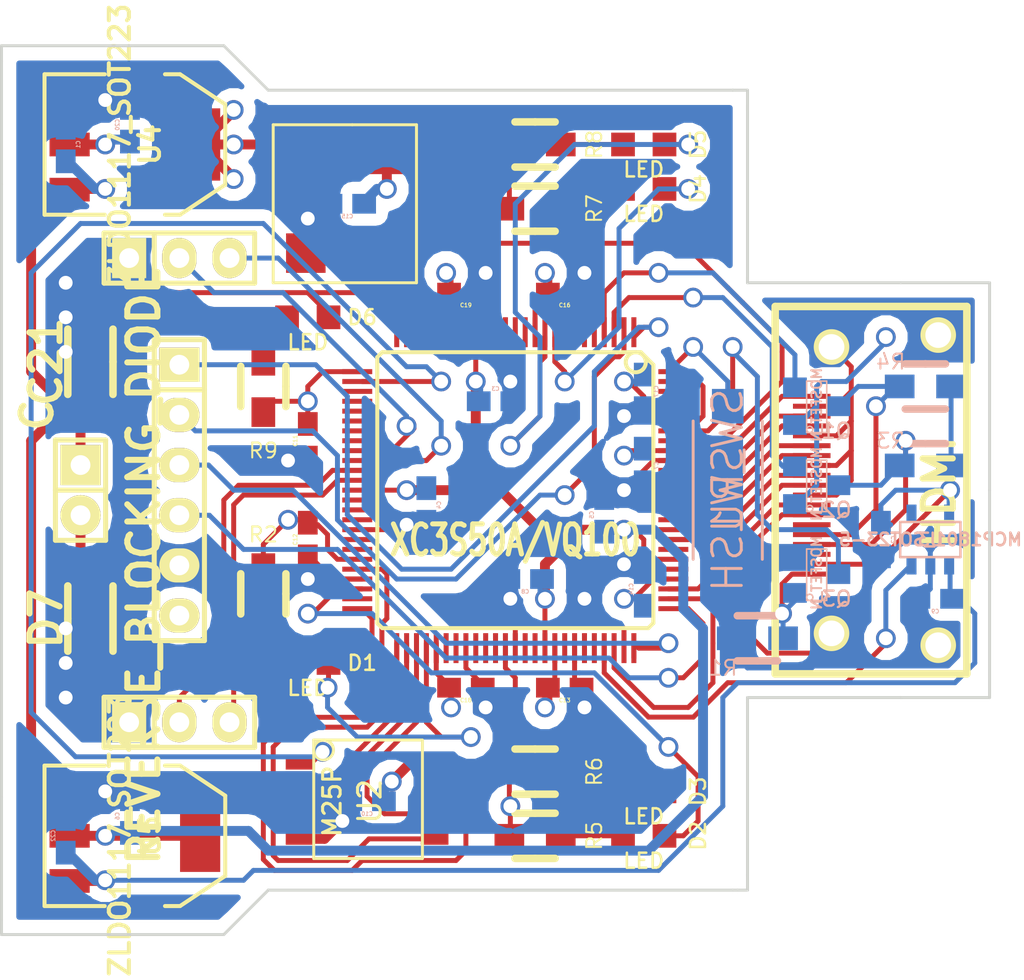
<source format=kicad_pcb>
(kicad_pcb (version 4) (host pcbnew "(2015-01-04 BZR 5351)-product")
  (layers (0 F.Cu signal) (1 Inner2.Cu signal hide) (2 Inner1.Cu signal hide) (31 B.Cu signal) (36 B.SilkS user) (37 F.SilkS user) (38 B.Mask user) (39 F.Mask user) (44 Edge.Cuts user))
  (net 0 "")
  (net 1 +1.2V)
  (net 2 GND)
  (net 3 +5V)
  (net 4 +3.3V)
  (net 5 "Net-(D1-Pad1)")
  (net 6 "Net-(D3-Pad1)")
  (net 7 "Net-(D4-Pad1)")
  (net 8 "Net-(D5-Pad1)")
  (net 9 /CONFIG_LED)
  (net 10 /ERROR_LED)
  (net 11 /POWER_LED)
  (net 12 /TMDS2+)
  (net 13 /TMDS2-)
  (net 14 /TMDS1+)
  (net 15 /TMDS1-)
  (net 16 /TMDS0+)
  (net 17 /TMDS0-)
  (net 18 /TMDSC+)
  (net 19 /TMDSC-)
  (net 20 /TMS)
  (net 21 /TDI)
  (net 22 /TDO)
  (net 23 /TCK)
  (net 24 /RESET#)
  (net 25 /HOLD#)
  (net 26 /W#)
  (net 27 /MISO)
  (net 28 /CCLK)
  (net 29 /MCLK)
  (net 30 /SCL50)
  (net 31 /SDA50)
  (net 32 /HPD50)
  (net 33 "Net-(K1-Pad2)")
  (net 34 "Net-(K1-Pad3)")
  (net 35 "Net-(K2-Pad2)")
  (net 36 "Net-(K2-Pad3)")
  (net 37 SCL33)
  (net 38 SDA33)
  (net 39 LED1)
  (net 40 LED2)
  (net 41 LED3)
  (net 42 HPD33#)
  (net 43 +BATT)
  (net 44 "Net-(D2-Pad1)")
  (net 45 "Net-(D7-Pad2)")
  (net 46 /CEC)
  (net 47 V_EN)
  (net 48 /CS#)
  (net 49 /MOSI)
  (module dlta:VQFP100_long_pads_mm_pitch (layer F.Cu) (at 125.75 64)
    (fp_text reference U1 hide)
    (fp_text value XC3S50A/VQ100 (at 0 2.54) (layer F.SilkS) (effects (font (size 1.524 1.016) (thickness 0.3048))))
    (pad 1 smd rect (at 6 -7.747) (size 0.254 1.516) (drill (offset 0 -0.25)) (layers F.Cu F.Mask) (net 20 /TMS))
    (pad 2 smd rect (at 5.5 -7.747) (size 0.254 1.516) (drill (offset 0 -0.25)) (layers F.Cu F.Mask) (net 21 /TDI))
    (pad 3 smd rect (at 5 -7.747) (size 0.254 1.516) (drill (offset 0 -0.25)) (layers F.Cu F.Mask) (net 38 SDA33))
    (pad 4 smd rect (at 4.5 -7.747) (size 0.254 1.516) (drill (offset 0 -0.25)) (layers F.Cu F.Mask) (net 37 SCL33))
    (pad 5 smd rect (at 4 -7.747) (size 0.254 1.516) (drill (offset 0 -0.25)) (layers F.Cu F.Mask))
    (pad 6 smd rect (at 3.5 -7.747) (size 0.254 1.516) (drill (offset 0 -0.25)) (layers F.Cu F.Mask))
    (pad 7 smd rect (at 3 -7.747) (size 0.254 1.516) (drill (offset 0 -0.25)) (layers F.Cu F.Mask))
    (pad 8 smd rect (at 2.5 -7.747) (size 0.254 1.516) (drill (offset 0 -0.25)) (layers F.Cu F.Mask) (net 2 GND))
    (pad 9 smd rect (at 2 -7.747) (size 0.254 1.516) (drill (offset 0 -0.25)) (layers F.Cu F.Mask) (net 40 LED2))
    (pad 10 smd rect (at 1.5 -7.747) (size 0.254 1.516) (drill (offset 0 -0.25)) (layers F.Cu F.Mask) (net 41 LED3))
    (pad 11 smd rect (at 1 -7.747) (size 0.254 1.516) (drill (offset 0 -0.25)) (layers F.Cu F.Mask) (net 4 +3.3V))
    (pad 12 smd rect (at 0.5 -7.747) (size 0.254 1.516) (drill (offset 0 -0.25)) (layers F.Cu F.Mask))
    (pad 13 smd rect (at 0 -7.747) (size 0.254 1.516) (drill (offset 0 -0.25)) (layers F.Cu F.Mask))
    (pad 14 smd rect (at -0.5 -7.747) (size 0.254 1.516) (drill (offset 0 -0.25)) (layers F.Cu F.Mask) (net 2 GND))
    (pad 15 smd rect (at -1 -7.747) (size 0.254 1.516) (drill (offset 0 -0.25)) (layers F.Cu F.Mask))
    (pad 16 smd rect (at -1.5 -7.747) (size 0.254 1.516) (drill (offset 0 -0.25)) (layers F.Cu F.Mask))
    (pad 17 smd rect (at -2 -7.747) (size 0.254 1.516) (drill (offset 0 -0.25)) (layers F.Cu F.Mask) (net 1 +1.2V))
    (pad 18 smd rect (at -2.5 -7.747) (size 0.254 1.516) (drill (offset 0 -0.25)) (layers F.Cu F.Mask) (net 2 GND))
    (pad 19 smd rect (at -3 -7.747) (size 0.254 1.516) (drill (offset 0 -0.25)) (layers F.Cu F.Mask))
    (pad 20 smd rect (at -3.5 -7.747) (size 0.254 1.516) (drill (offset 0 -0.25)) (layers F.Cu F.Mask))
    (pad 21 smd rect (at -4 -7.747) (size 0.254 1.516) (drill (offset 0 -0.25)) (layers F.Cu F.Mask))
    (pad 22 smd rect (at -4.5 -7.747) (size 0.254 1.516) (drill (offset 0 -0.25)) (layers F.Cu F.Mask) (net 4 +3.3V))
    (pad 23 smd rect (at -5 -7.747) (size 0.254 1.516) (drill (offset 0 -0.25)) (layers F.Cu F.Mask) (net 2 GND))
    (pad 24 smd rect (at -5.5 -7.747) (size 0.254 1.516) (drill (offset 0 -0.25)) (layers F.Cu F.Mask) (net 2 GND))
    (pad 25 smd rect (at -6 -7.747) (size 0.254 1.516) (drill (offset 0 -0.25)) (layers F.Cu F.Mask))
    (pad 26 smd rect (at -7.747 -6 90) (size 0.254 1.516) (drill (offset 0 -0.25)) (layers F.Cu F.Mask) (net 4 +3.3V))
    (pad 27 smd rect (at -7.747 -5.5 90) (size 0.254 1.516) (drill (offset 0 -0.25)) (layers F.Cu F.Mask) (net 48 /CS#))
    (pad 28 smd rect (at -7.747 -5 90) (size 0.254 1.516) (drill (offset 0 -0.25)) (layers F.Cu F.Mask))
    (pad 29 smd rect (at -7.747 -4.5 90) (size 0.254 1.516) (drill (offset 0 -0.25)) (layers F.Cu F.Mask))
    (pad 30 smd rect (at -7.747 -4 90) (size 0.254 1.516) (drill (offset 0 -0.25)) (layers F.Cu F.Mask))
    (pad 31 smd rect (at -7.747 -3.5 90) (size 0.254 1.516) (drill (offset 0 -0.25)) (layers F.Cu F.Mask))
    (pad 32 smd rect (at -7.747 -3 90) (size 0.254 1.516) (drill (offset 0 -0.25)) (layers F.Cu F.Mask))
    (pad 33 smd rect (at -7.747 -2.5 90) (size 0.254 1.516) (drill (offset 0 -0.25)) (layers F.Cu F.Mask))
    (pad 34 smd rect (at -7.747 -2 90) (size 0.254 1.516) (drill (offset 0 -0.25)) (layers F.Cu F.Mask) (net 35 "Net-(K2-Pad2)"))
    (pad 35 smd rect (at -7.747 -1.5 90) (size 0.254 1.516) (drill (offset 0 -0.25)) (layers F.Cu F.Mask) (net 36 "Net-(K2-Pad3)"))
    (pad 36 smd rect (at -7.747 -1 90) (size 0.254 1.516) (drill (offset 0 -0.25)) (layers F.Cu F.Mask) (net 33 "Net-(K1-Pad2)"))
    (pad 37 smd rect (at -7.747 -0.5 90) (size 0.254 1.516) (drill (offset 0 -0.25)) (layers F.Cu F.Mask) (net 34 "Net-(K1-Pad3)"))
    (pad 38 smd rect (at -7.747 0 90) (size 0.254 1.516) (drill (offset 0 -0.25)) (layers F.Cu F.Mask) (net 1 +1.2V))
    (pad 39 smd rect (at -7.747 0.5 90) (size 0.254 1.516) (drill (offset 0 -0.25)) (layers F.Cu F.Mask))
    (pad 40 smd rect (at -7.747 1 90) (size 0.254 1.516) (drill (offset 0 -0.25)) (layers F.Cu F.Mask))
    (pad 41 smd rect (at -7.747 1.5 90) (size 0.254 1.516) (drill (offset 0 -0.25)) (layers F.Cu F.Mask))
    (pad 42 smd rect (at -7.747 2 90) (size 0.254 1.516) (drill (offset 0 -0.25)) (layers F.Cu F.Mask) (net 2 GND))
    (pad 43 smd rect (at -7.747 2.5 90) (size 0.254 1.516) (drill (offset 0 -0.25)) (layers F.Cu F.Mask))
    (pad 44 smd rect (at -7.747 3 90) (size 0.254 1.516) (drill (offset 0 -0.25)) (layers F.Cu F.Mask))
    (pad 45 smd rect (at -7.747 3.5 90) (size 0.254 1.516) (drill (offset 0 -0.25)) (layers F.Cu F.Mask) (net 4 +3.3V))
    (pad 46 smd rect (at -7.747 4 90) (size 0.254 1.516) (drill (offset 0 -0.25)) (layers F.Cu F.Mask) (net 49 /MOSI))
    (pad 47 smd rect (at -7.747 4.5 90) (size 0.254 1.516) (drill (offset 0 -0.25)) (layers F.Cu F.Mask) (net 2 GND))
    (pad 48 smd rect (at -7.747 5 90) (size 0.254 1.516) (drill (offset 0 -0.25)) (layers F.Cu F.Mask) (net 10 /ERROR_LED))
    (pad 49 smd rect (at -7.747 5.5 90) (size 0.254 1.516) (drill (offset 0 -0.25)) (layers F.Cu F.Mask))
    (pad 50 smd rect (at -7.747 6 90) (size 0.254 1.516) (drill (offset 0 -0.25)) (layers F.Cu F.Mask) (net 25 /HOLD#))
    (pad 51 smd rect (at -6 7.747 180) (size 0.254 1.516) (drill (offset 0 -0.25)) (layers F.Cu F.Mask) (net 27 /MISO))
    (pad 52 smd rect (at -5.5 7.747 180) (size 0.254 1.516) (drill (offset 0 -0.25)) (layers F.Cu F.Mask) (net 26 /W#))
    (pad 53 smd rect (at -5 7.747 180) (size 0.254 1.516) (drill (offset 0 -0.25)) (layers F.Cu F.Mask) (net 28 /CCLK))
    (pad 54 smd rect (at -4.5 7.747 180) (size 0.254 1.516) (drill (offset 0 -0.25)) (layers F.Cu F.Mask) (net 9 /CONFIG_LED))
    (pad 55 smd rect (at -4 7.747 180) (size 0.254 1.516) (drill (offset 0 -0.25)) (layers F.Cu F.Mask) (net 4 +3.3V))
    (pad 56 smd rect (at -3.5 7.747 180) (size 0.254 1.516) (drill (offset 0 -0.25)) (layers F.Cu F.Mask))
    (pad 57 smd rect (at -3 7.747 180) (size 0.254 1.516) (drill (offset 0 -0.25)) (layers F.Cu F.Mask))
    (pad 58 smd rect (at -2.5 7.747 180) (size 0.254 1.516) (drill (offset 0 -0.25)) (layers F.Cu F.Mask) (net 2 GND))
    (pad 59 smd rect (at -2 7.747 180) (size 0.254 1.516) (drill (offset 0 -0.25)) (layers F.Cu F.Mask))
    (pad 60 smd rect (at -1.5 7.747 180) (size 0.254 1.516) (drill (offset 0 -0.25)) (layers F.Cu F.Mask))
    (pad 61 smd rect (at -1 7.747 180) (size 0.254 1.516) (drill (offset 0 -0.25)) (layers F.Cu F.Mask))
    (pad 62 smd rect (at -0.5 7.747 180) (size 0.254 1.516) (drill (offset 0 -0.25)) (layers F.Cu F.Mask) (net 39 LED1))
    (pad 63 smd rect (at 0 7.747 180) (size 0.254 1.516) (drill (offset 0 -0.25)) (layers F.Cu F.Mask) (net 2 GND))
    (pad 64 smd rect (at 0.5 7.747 180) (size 0.254 1.516) (drill (offset 0 -0.25)) (layers F.Cu F.Mask))
    (pad 65 smd rect (at 1 7.747 180) (size 0.254 1.516) (drill (offset 0 -0.25)) (layers F.Cu F.Mask))
    (pad 66 smd rect (at 1.5 7.747 180) (size 0.254 1.516) (drill (offset 0 -0.25)) (layers F.Cu F.Mask) (net 1 +1.2V))
    (pad 67 smd rect (at 2 7.747 180) (size 0.254 1.516) (drill (offset 0 -0.25)) (layers F.Cu F.Mask) (net 4 +3.3V))
    (pad 68 smd rect (at 2.5 7.747 180) (size 0.254 1.516) (drill (offset 0 -0.25)) (layers F.Cu F.Mask))
    (pad 69 smd rect (at 3 7.747 180) (size 0.254 1.516) (drill (offset 0 -0.25)) (layers F.Cu F.Mask) (net 2 GND))
    (pad 70 smd rect (at 3.5 7.747 180) (size 0.254 1.516) (drill (offset 0 -0.25)) (layers F.Cu F.Mask))
    (pad 71 smd rect (at 4 7.747 180) (size 0.254 1.516) (drill (offset 0 -0.25)) (layers F.Cu F.Mask))
    (pad 72 smd rect (at 4.5 7.747 180) (size 0.254 1.516) (drill (offset 0 -0.25)) (layers F.Cu F.Mask) (net 47 V_EN))
    (pad 73 smd rect (at 5 7.747 180) (size 0.254 1.516) (drill (offset 0 -0.25)) (layers F.Cu F.Mask) (net 46 /CEC))
    (pad 74 smd rect (at 5.5 7.747 180) (size 0.254 1.516) (drill (offset 0 -0.25)) (layers F.Cu F.Mask) (net 2 GND))
    (pad 75 smd rect (at 6 7.747 180) (size 0.254 1.516) (drill (offset 0 -0.25)) (layers F.Cu F.Mask) (net 22 /TDO))
    (pad 76 smd rect (at 7.747 6 270) (size 0.254 1.516) (drill (offset 0 -0.25)) (layers F.Cu F.Mask) (net 23 /TCK))
    (pad 77 smd rect (at 7.747 5.5 270) (size 0.254 1.516) (drill (offset 0 -0.25)) (layers F.Cu F.Mask) (net 19 /TMDSC-))
    (pad 78 smd rect (at 7.747 5 270) (size 0.254 1.516) (drill (offset 0 -0.25)) (layers F.Cu F.Mask) (net 18 /TMDSC+))
    (pad 79 smd rect (at 7.747 4.5 270) (size 0.254 1.516) (drill (offset 0 -0.25)) (layers F.Cu F.Mask) (net 4 +3.3V))
    (pad 80 smd rect (at 7.747 4 270) (size 0.254 1.516) (drill (offset 0 -0.25)) (layers F.Cu F.Mask) (net 2 GND))
    (pad 81 smd rect (at 7.747 3.5 270) (size 0.254 1.516) (drill (offset 0 -0.25)) (layers F.Cu F.Mask) (net 1 +1.2V))
    (pad 82 smd rect (at 7.747 3 270) (size 0.254 1.516) (drill (offset 0 -0.25)) (layers F.Cu F.Mask))
    (pad 83 smd rect (at 7.747 2.5 270) (size 0.254 1.516) (drill (offset 0 -0.25)) (layers F.Cu F.Mask) (net 17 /TMDS0-))
    (pad 84 smd rect (at 7.747 2 270) (size 0.254 1.516) (drill (offset 0 -0.25)) (layers F.Cu F.Mask) (net 16 /TMDS0+))
    (pad 85 smd rect (at 7.747 1.5 270) (size 0.254 1.516) (drill (offset 0 -0.25)) (layers F.Cu F.Mask) (net 15 /TMDS1-))
    (pad 86 smd rect (at 7.747 1 270) (size 0.254 1.516) (drill (offset 0 -0.25)) (layers F.Cu F.Mask) (net 14 /TMDS1+))
    (pad 87 smd rect (at 7.747 0.5 270) (size 0.254 1.516) (drill (offset 0 -0.25)) (layers F.Cu F.Mask) (net 2 GND))
    (pad 88 smd rect (at 7.747 0 270) (size 0.254 1.516) (drill (offset 0 -0.25)) (layers F.Cu F.Mask) (net 13 /TMDS2-))
    (pad 89 smd rect (at 7.747 -0.5 270) (size 0.254 1.516) (drill (offset 0 -0.25)) (layers F.Cu F.Mask) (net 12 /TMDS2+))
    (pad 90 smd rect (at 7.747 -1 270) (size 0.254 1.516) (drill (offset 0 -0.25)) (layers F.Cu F.Mask) (net 29 /MCLK))
    (pad 91 smd rect (at 7.747 -1.5 270) (size 0.254 1.516) (drill (offset 0 -0.25)) (layers F.Cu F.Mask) (net 2 GND))
    (pad 92 smd rect (at 7.747 -2 270) (size 0.254 1.516) (drill (offset 0 -0.25)) (layers F.Cu F.Mask) (net 4 +3.3V))
    (pad 93 smd rect (at 7.747 -2.5 270) (size 0.254 1.516) (drill (offset 0 -0.25)) (layers F.Cu F.Mask))
    (pad 94 smd rect (at 7.747 -3 270) (size 0.254 1.516) (drill (offset 0 -0.25)) (layers F.Cu F.Mask) (net 42 HPD33#))
    (pad 95 smd rect (at 7.747 -3.5 270) (size 0.254 1.516) (drill (offset 0 -0.25)) (layers F.Cu F.Mask) (net 2 GND))
    (pad 96 smd rect (at 7.747 -4 270) (size 0.254 1.516) (drill (offset 0 -0.25)) (layers F.Cu F.Mask) (net 4 +3.3V))
    (pad 97 smd rect (at 7.747 -4.5 270) (size 0.254 1.516) (drill (offset 0 -0.25)) (layers F.Cu F.Mask))
    (pad 98 smd rect (at 7.747 -5 270) (size 0.254 1.516) (drill (offset 0 -0.25)) (layers F.Cu F.Mask))
    (pad 99 smd rect (at 7.747 -5.5 270) (size 0.254 1.516) (drill (offset 0 -0.25)) (layers F.Cu F.Mask) (net 2 GND))
    (pad 100 smd rect (at 7.747 -6 270) (size 0.254 1.516) (drill (offset 0 -0.25)) (layers F.Cu F.Mask) (net 24 /RESET#))
  )
  (module LEDs:LED-0805 (layer F.Cu) (at 132.25 81.5)
    (fp_text reference D2 (at 2.75 0 90) (layer F.SilkS) (effects (font (size 0.762 0.762) (thickness 0.127))))
    (fp_text value LED (at 0 1.27) (layer F.SilkS) (effects (font (size 0.762 0.762) (thickness 0.127))))
    (pad 1 smd rect (at -1.04902 0) (size 1.19888 1.19888) (layers F.Cu F.Mask) (net 44 "Net-(D2-Pad1)"))
    (pad 2 smd rect (at 1.04902 0) (size 1.19888 1.19888) (layers F.Cu F.Mask) (net 10 /ERROR_LED))
  )
  (module dlta:Resistor_SMD0805_HandSoldering (layer B.Cu) (at 146.5 62.75 180)
    (fp_text reference R3 (at 1.75 1.25 180) (layer B.SilkS) (effects (font (size 0.76 0.76) (thickness 0.1)) (justify mirror)))
    (fp_text value R hide)
    (pad 1 smd rect (at -1.30048 0 180) (size 1.50114 1.19888) (layers B.Cu B.Mask) (net 3 +5V))
    (pad 2 smd rect (at 1.30048 0 180) (size 1.50114 1.19888) (layers B.Cu B.Mask) (net 31 /SDA50))
  )
  (module Pin_Headers:Pin_Header_Straight_1x02 (layer F.Cu) (at 103.75 64 270)
    (fp_text reference P3 hide)
    (fp_text value POWER hide)
    (pad 1 thru_hole rect (at -1.27 0 270) (size 2.032 2.032) (drill 1) (layers *.Cu *.Mask F.SilkS) (net 43 +BATT))
    (pad 2 thru_hole oval (at 1.27 0 270) (size 2.032 2.032) (drill 1) (layers *.Cu *.Mask F.SilkS) (net 45 "Net-(D7-Pad2)"))
  )
  (module Pin_Headers:Pin_Header_Straight_1x03 (layer F.Cu) (at 108.75 52.25)
    (fp_text reference K2 hide)
    (fp_text value CONN_3 hide)
    (pad 1 thru_hole rect (at -2.54 0) (size 1.7272 2.032) (drill 1) (layers *.Cu *.Mask F.SilkS) (net 2 GND))
    (pad 2 thru_hole oval (at 0 0) (size 1.7272 2.032) (drill 1) (layers *.Cu *.Mask F.SilkS) (net 35 "Net-(K2-Pad2)"))
    (pad 3 thru_hole oval (at 2.54 0) (size 1.7272 2.032) (drill 1) (layers *.Cu *.Mask F.SilkS) (net 36 "Net-(K2-Pad3)"))
  )
  (module Pin_Headers:Pin_Header_Straight_1x03 (layer F.Cu) (at 108.75 75.75)
    (fp_text reference K1 hide)
    (fp_text value CONN_3 hide)
    (pad 1 thru_hole rect (at -2.54 0) (size 1.7272 2.032) (drill 1) (layers *.Cu *.Mask F.SilkS) (net 2 GND))
    (pad 2 thru_hole oval (at 0 0) (size 1.7272 2.032) (drill 1) (layers *.Cu *.Mask F.SilkS) (net 33 "Net-(K1-Pad2)"))
    (pad 3 thru_hole oval (at 2.54 0) (size 1.7272 2.032) (drill 1) (layers *.Cu *.Mask F.SilkS) (net 34 "Net-(K1-Pad3)"))
  )
  (module Pin_Headers:Pin_Header_Straight_1x06 (layer F.Cu) (at 108.75 64 270)
    (fp_text reference P2 hide)
    (fp_text value JTAG hide)
    (pad 1 thru_hole rect (at -6.35 0 270) (size 1.7272 2.032) (drill 1) (layers *.Cu *.Mask F.SilkS) (net 20 /TMS))
    (pad 2 thru_hole oval (at -3.81 0 270) (size 1.7272 2.032) (drill 1) (layers *.Cu *.Mask F.SilkS) (net 21 /TDI))
    (pad 3 thru_hole oval (at -1.27 0 270) (size 1.7272 2.032) (drill 1) (layers *.Cu *.Mask F.SilkS) (net 22 /TDO))
    (pad 4 thru_hole oval (at 1.27 0 270) (size 1.7272 2.032) (drill 1) (layers *.Cu *.Mask F.SilkS) (net 23 /TCK))
    (pad 5 thru_hole oval (at 3.81 0 270) (size 1.7272 2.032) (drill 1) (layers *.Cu *.Mask F.SilkS) (net 2 GND))
    (pad 6 thru_hole oval (at 6.35 0 270) (size 1.7272 2.032) (drill 1) (layers *.Cu *.Mask F.SilkS) (net 4 +3.3V))
  )
  (module LEDs:LED-0805 (layer F.Cu) (at 115.25 72.75)
    (fp_text reference D1 (at 2.75 0) (layer F.SilkS) (effects (font (size 0.762 0.762) (thickness 0.127))))
    (fp_text value LED (at 0 1.27) (layer F.SilkS) (effects (font (size 0.762 0.762) (thickness 0.127))))
    (pad 1 smd rect (at -1.04902 0) (size 1.19888 1.19888) (layers F.Cu F.Mask) (net 5 "Net-(D1-Pad1)"))
    (pad 2 smd rect (at 1.04902 0) (size 1.19888 1.19888) (layers F.Cu F.Mask) (net 9 /CONFIG_LED))
  )
  (module LEDs:LED-0805 (layer F.Cu) (at 115.25 55.25)
    (fp_text reference D6 (at 2.75 0) (layer F.SilkS) (effects (font (size 0.762 0.762) (thickness 0.127))))
    (fp_text value LED (at 0 1.27) (layer F.SilkS) (effects (font (size 0.762 0.762) (thickness 0.127))))
    (pad 1 smd rect (at -1.04902 0) (size 1.19888 1.19888) (layers F.Cu F.Mask) (net 11 /POWER_LED))
    (pad 2 smd rect (at 1.04902 0) (size 1.19888 1.19888) (layers F.Cu F.Mask) (net 2 GND))
  )
  (module LEDs:LED-0805 (layer F.Cu) (at 132.25 79.25)
    (fp_text reference D3 (at 2.75 0 90) (layer F.SilkS) (effects (font (size 0.762 0.762) (thickness 0.127))))
    (fp_text value LED (at 0 1.27) (layer F.SilkS) (effects (font (size 0.762 0.762) (thickness 0.127))))
    (pad 1 smd rect (at -1.04902 0) (size 1.19888 1.19888) (layers F.Cu F.Mask) (net 6 "Net-(D3-Pad1)"))
    (pad 2 smd rect (at 1.04902 0) (size 1.19888 1.19888) (layers F.Cu F.Mask) (net 39 LED1))
  )
  (module LEDs:LED-0805 (layer F.Cu) (at 132.25 48.75)
    (fp_text reference D4 (at 2.75 0 90) (layer F.SilkS) (effects (font (size 0.762 0.762) (thickness 0.127))))
    (fp_text value LED (at 0 1.27) (layer F.SilkS) (effects (font (size 0.762 0.762) (thickness 0.127))))
    (pad 1 smd rect (at -1.04902 0) (size 1.19888 1.19888) (layers F.Cu F.Mask) (net 7 "Net-(D4-Pad1)"))
    (pad 2 smd rect (at 1.04902 0) (size 1.19888 1.19888) (layers F.Cu F.Mask) (net 40 LED2))
  )
  (module LEDs:LED-0805 (layer F.Cu) (at 132.25 46.5)
    (fp_text reference D5 (at 2.75 0 90) (layer F.SilkS) (effects (font (size 0.762 0.762) (thickness 0.127))))
    (fp_text value LED (at 0 1.27) (layer F.SilkS) (effects (font (size 0.762 0.762) (thickness 0.127))))
    (pad 1 smd rect (at -1.04902 0) (size 1.19888 1.19888) (layers F.Cu F.Mask) (net 8 "Net-(D5-Pad1)"))
    (pad 2 smd rect (at 1.04902 0) (size 1.19888 1.19888) (layers F.Cu F.Mask) (net 41 LED3))
  )
  (module dlta:HDMI_A_RECEPTACLE (layer F.Cu) (at 142 64 90)
    (fp_text reference P1 hide)
    (fp_text value HDMI (at -0.09906 5.19938 90) (layer F.SilkS) (effects (font (thickness 0.3048))))
    (pad 1 smd rect (at 4.7498 -1.24968 90) (size 0.254 1.89992) (layers F.Cu F.Mask) (net 12 /TMDS2+))
    (pad 2 smd rect (at 4.24942 -1.24968 90) (size 0.254 1.89992) (layers F.Cu F.Mask) (net 2 GND))
    (pad 3 smd rect (at 3.74904 -1.24968 90) (size 0.254 1.89992) (layers F.Cu F.Mask) (net 13 /TMDS2-))
    (pad 4 smd rect (at 3.2512 -1.24968 90) (size 0.254 1.89992) (layers F.Cu F.Mask) (net 14 /TMDS1+))
    (pad 5 smd rect (at 2.75082 -1.24968 90) (size 0.254 1.89992) (layers F.Cu F.Mask) (net 2 GND))
    (pad 6 smd rect (at 2.25044 -1.24968 90) (size 0.254 1.89992) (layers F.Cu F.Mask) (net 15 /TMDS1-))
    (pad 7 smd rect (at 1.75006 -1.24968 90) (size 0.254 1.89992) (layers F.Cu F.Mask) (net 16 /TMDS0+))
    (pad 8 smd rect (at 1.24968 -1.24968 90) (size 0.254 1.89992) (layers F.Cu F.Mask) (net 2 GND))
    (pad 9 smd rect (at 0.7493 -1.24968 90) (size 0.254 1.89992) (layers F.Cu F.Mask) (net 17 /TMDS0-))
    (pad 10 smd rect (at 0.24892 -1.24968 90) (size 0.254 1.89992) (layers F.Cu F.Mask) (net 18 /TMDSC+))
    (pad 11 smd rect (at -0.24892 -1.24968 90) (size 0.254 1.89992) (layers F.Cu F.Mask) (net 2 GND))
    (pad 12 smd rect (at -0.7493 -1.24968 90) (size 0.254 1.89992) (layers F.Cu F.Mask) (net 19 /TMDSC-))
    (pad 13 smd rect (at -1.24968 -1.24968 90) (size 0.254 1.89992) (layers F.Cu F.Mask) (net 46 /CEC))
    (pad 14 smd rect (at -1.75006 -1.24968 90) (size 0.254 1.89992) (layers F.Cu F.Mask))
    (pad 15 smd rect (at -2.25044 -1.24968 90) (size 0.254 1.89992) (layers F.Cu F.Mask) (net 30 /SCL50))
    (pad 16 smd rect (at -2.75082 -1.24968 90) (size 0.254 1.89992) (layers F.Cu F.Mask) (net 31 /SDA50))
    (pad 17 smd rect (at -3.2512 -1.24968 90) (size 0.254 1.89992) (layers F.Cu F.Mask) (net 2 GND))
    (pad 18 smd rect (at -3.74904 -1.24968 90) (size 0.254 1.89992) (layers F.Cu F.Mask) (net 3 +5V))
    (pad 19 smd rect (at -4.24942 -1.24968 90) (size 0.254 1.89992) (layers F.Cu F.Mask) (net 32 /HPD50))
    (pad S thru_hole circle (at -7.24916 -0.24892 90) (size 1.80114 1.80114) (drill 1.30048) (layers *.Cu *.Mask F.SilkS) (net 2 GND))
    (pad S thru_hole circle (at 7.24916 -0.24892 90) (size 1.80114 1.80114) (drill 1.30048) (layers *.Cu *.Mask F.SilkS) (net 2 GND))
    (pad S thru_hole circle (at 7.85114 5.15112 90) (size 1.80114 1.80114) (drill 1.30048) (layers *.Cu *.Mask F.SilkS) (net 2 GND))
    (pad S thru_hole circle (at -7.85114 5.15112 90) (size 1.80114 1.80114) (drill 1.30048) (layers *.Cu *.Mask F.SilkS) (net 2 GND))
  )
  (module dlta:SOT23_bigger_pads (layer B.Cu) (at 141 59.75 90)
    (fp_text reference Q1 (at -1.25 1 360) (layer B.SilkS) (effects (font (size 0.762 0.762) (thickness 0.11938)) (justify mirror)))
    (fp_text value MOSFET_N (at 0.0635 0 90) (layer B.SilkS) (effects (font (size 0.50038 0.50038) (thickness 0.09906)) (justify mirror)))
    (pad D smd rect (at 0 1.09982 90) (size 1 1.20076) (layers B.Cu B.Mask) (net 30 /SCL50))
    (pad S smd rect (at 0.9525 -1.09982 90) (size 1 1.20076) (layers B.Cu B.Mask) (net 37 SCL33))
    (pad G smd rect (at -0.9525 -1.09982 90) (size 1 1.20076) (layers B.Cu B.Mask) (net 4 +3.3V))
  )
  (module dlta:SOT23_bigger_pads (layer B.Cu) (at 141 63.75 90)
    (fp_text reference Q2 (at -1.25 1 360) (layer B.SilkS) (effects (font (size 0.762 0.762) (thickness 0.11938)) (justify mirror)))
    (fp_text value MOSFET_N (at 0.0635 0 90) (layer B.SilkS) (effects (font (size 0.50038 0.50038) (thickness 0.09906)) (justify mirror)))
    (pad D smd rect (at 0 1.09982 90) (size 1 1.20076) (layers B.Cu B.Mask) (net 31 /SDA50))
    (pad S smd rect (at 0.9525 -1.09982 90) (size 1 1.20076) (layers B.Cu B.Mask) (net 38 SDA33))
    (pad G smd rect (at -0.9525 -1.09982 90) (size 1 1.20076) (layers B.Cu B.Mask) (net 4 +3.3V))
  )
  (module dlta:SOT23_bigger_pads (layer B.Cu) (at 141 68.25 90)
    (fp_text reference Q3 (at -1.25 1 180) (layer B.SilkS) (effects (font (size 0.762 0.762) (thickness 0.11938)) (justify mirror)))
    (fp_text value MOSFET_N (at 0.0635 0 90) (layer B.SilkS) (effects (font (size 0.50038 0.50038) (thickness 0.09906)) (justify mirror)))
    (pad D smd rect (at 0 1.09982 90) (size 1 1.20076) (layers B.Cu B.Mask) (net 42 HPD33#))
    (pad S smd rect (at 0.9525 -1.09982 90) (size 1 1.20076) (layers B.Cu B.Mask) (net 2 GND))
    (pad G smd rect (at -0.9525 -1.09982 90) (size 1 1.20076) (layers B.Cu B.Mask) (net 32 /HPD50))
  )
  (module dlta:5mmx7mm_OSC (layer F.Cu) (at 117.25 49.5 270)
    (fp_text reference X1 hide)
    (fp_text value OSCILLATOR hide)
    (pad 1 smd rect (at -2.5 2.1 270) (size 2 2) (layers F.Cu F.Mask) (net 4 +3.3V))
    (pad 2 smd rect (at 2.5 2.1 270) (size 2 2) (layers F.Cu F.Mask) (net 2 GND))
    (pad 3 smd rect (at 2.5 -2.1 270) (size 2 2) (layers F.Cu F.Mask) (net 29 /MCLK))
    (pad 4 smd rect (at -2.5 -2.1 270) (size 2 2) (layers F.Cu F.Mask) (net 4 +3.3V))
  )
  (module dlta:Resistor_SMD0805_HandSoldering (layer B.Cu) (at 138 71.5)
    (fp_text reference R1 (at -1.75 1.5) (layer B.SilkS) (effects (font (size 0.76 0.76) (thickness 0.1)) (justify mirror)))
    (fp_text value R hide)
    (pad 1 smd rect (at -1.30048 0) (size 1.50114 1.19888) (layers B.Cu B.Mask) (net 2 GND))
    (pad 2 smd rect (at 1.30048 0) (size 1.50114 1.19888) (layers B.Cu B.Mask) (net 32 /HPD50))
  )
  (module dlta:Resistor_SMD0805_HandSoldering (layer F.Cu) (at 113 69.25 270)
    (fp_text reference R2 (at -3 0 540) (layer F.SilkS) (effects (font (size 0.76 0.76) (thickness 0.1))))
    (fp_text value R hide)
    (pad 1 smd rect (at -1.30048 0 270) (size 1.50114 1.19888) (layers F.Cu F.Mask) (net 4 +3.3V))
    (pad 2 smd rect (at 1.30048 0 270) (size 1.50114 1.19888) (layers F.Cu F.Mask) (net 5 "Net-(D1-Pad1)"))
  )
  (module dlta:Resistor_SMD0805_HandSoldering (layer B.Cu) (at 146.5 58.75 180)
    (fp_text reference R4 (at 1.75 1.25 180) (layer B.SilkS) (effects (font (size 0.76 0.76) (thickness 0.1)) (justify mirror)))
    (fp_text value R hide)
    (pad 1 smd rect (at -1.30048 0 180) (size 1.50114 1.19888) (layers B.Cu B.Mask) (net 3 +5V))
    (pad 2 smd rect (at 1.30048 0 180) (size 1.50114 1.19888) (layers B.Cu B.Mask) (net 30 /SCL50))
  )
  (module dlta:Resistor_SMD0805_HandSoldering (layer F.Cu) (at 126.75 81.5 180)
    (fp_text reference R5 (at -3 0 270) (layer F.SilkS) (effects (font (size 0.76 0.76) (thickness 0.1))))
    (fp_text value R hide)
    (pad 1 smd rect (at -1.30048 0 180) (size 1.50114 1.19888) (layers F.Cu F.Mask) (net 44 "Net-(D2-Pad1)"))
    (pad 2 smd rect (at 1.30048 0 180) (size 1.50114 1.19888) (layers F.Cu F.Mask) (net 4 +3.3V))
  )
  (module dlta:Resistor_SMD0805_HandSoldering (layer F.Cu) (at 126.75 78.25 180)
    (fp_text reference R6 (at -3 0 270) (layer F.SilkS) (effects (font (size 0.76 0.76) (thickness 0.1))))
    (fp_text value R hide)
    (pad 1 smd rect (at -1.30048 0 180) (size 1.50114 1.19888) (layers F.Cu F.Mask) (net 6 "Net-(D3-Pad1)"))
    (pad 2 smd rect (at 1.30048 0 180) (size 1.50114 1.19888) (layers F.Cu F.Mask) (net 4 +3.3V))
  )
  (module dlta:Resistor_SMD0805_HandSoldering (layer F.Cu) (at 126.75 49.75 180)
    (fp_text reference R7 (at -3 0 270) (layer F.SilkS) (effects (font (size 0.76 0.76) (thickness 0.1))))
    (fp_text value R hide)
    (pad 1 smd rect (at -1.30048 0 180) (size 1.50114 1.19888) (layers F.Cu F.Mask) (net 7 "Net-(D4-Pad1)"))
    (pad 2 smd rect (at 1.30048 0 180) (size 1.50114 1.19888) (layers F.Cu F.Mask) (net 4 +3.3V))
  )
  (module dlta:Resistor_SMD0805_HandSoldering (layer F.Cu) (at 113 58.75 90)
    (fp_text reference R9 (at -3.25 0 180) (layer F.SilkS) (effects (font (size 0.76 0.76) (thickness 0.1))))
    (fp_text value R hide)
    (pad 1 smd rect (at -1.30048 0 90) (size 1.50114 1.19888) (layers F.Cu F.Mask) (net 4 +3.3V))
    (pad 2 smd rect (at 1.30048 0 90) (size 1.50114 1.19888) (layers F.Cu F.Mask) (net 11 /POWER_LED))
  )
  (module dlta:c_0603_Handsoldering (layer B.Cu) (at 103 46.5 90)
    (fp_text reference C1 (at 0 0.635 90) (layer B.SilkS) (effects (font (size 0.20066 0.20066) (thickness 0.04064)) (justify mirror)))
    (fp_text value C hide)
    (pad 1 smd rect (at 0.75184 0 90) (size 1.2 1) (drill (offset 0.1 0)) (layers B.Cu B.Mask) (net 2 GND))
    (pad 2 smd rect (at -0.75184 0 90) (size 1.2 1.00076) (drill (offset -0.1 0)) (layers B.Cu B.Mask) (net 43 +BATT))
  )
  (module dlta:c_0603_Handsoldering (layer B.Cu) (at 144.25 66.5 90)
    (fp_text reference C2 (at 0 0.635 90) (layer B.SilkS) (effects (font (size 0.20066 0.20066) (thickness 0.04064)) (justify mirror)))
    (fp_text value C hide)
    (pad 1 smd rect (at 0.75184 0 90) (size 1.2 1) (drill (offset 0.1 0)) (layers B.Cu B.Mask) (net 3 +5V))
    (pad 2 smd rect (at -0.75184 0 90) (size 1.2 1.00076) (drill (offset -0.1 0)) (layers B.Cu B.Mask) (net 2 GND))
  )
  (module dlta:c_0603_Handsoldering (layer B.Cu) (at 124.75 59.5 180)
    (fp_text reference C3 (at 0 0.635 180) (layer B.SilkS) (effects (font (size 0.20066 0.20066) (thickness 0.04064)) (justify mirror)))
    (fp_text value C hide)
    (pad 1 smd rect (at 0.75184 0 180) (size 1.2 1) (drill (offset 0.1 0)) (layers B.Cu B.Mask) (net 1 +1.2V))
    (pad 2 smd rect (at -0.75184 0 180) (size 1.2 1.00076) (drill (offset -0.1 0)) (layers B.Cu B.Mask) (net 2 GND))
  )
  (module dlta:c_0603_Handsoldering (layer B.Cu) (at 121.25 64.75 90)
    (fp_text reference C4 (at 0 0.635 90) (layer B.SilkS) (effects (font (size 0.20066 0.20066) (thickness 0.04064)) (justify mirror)))
    (fp_text value C hide)
    (pad 1 smd rect (at 0.75184 0 90) (size 1.2 1) (drill (offset 0.1 0)) (layers B.Cu B.Mask) (net 1 +1.2V))
    (pad 2 smd rect (at -0.75184 0 90) (size 1.2 1.00076) (drill (offset -0.1 0)) (layers B.Cu B.Mask) (net 2 GND))
  )
  (module dlta:c_0603_Handsoldering (layer B.Cu) (at 130.25 65.25 270)
    (fp_text reference C5 (at 0 0.635 270) (layer B.SilkS) (effects (font (size 0.20066 0.20066) (thickness 0.04064)) (justify mirror)))
    (fp_text value C hide)
    (pad 1 smd rect (at 0.75184 0 270) (size 1.2 1) (drill (offset 0.1 0)) (layers B.Cu B.Mask) (net 1 +1.2V))
    (pad 2 smd rect (at -0.75184 0 270) (size 1.2 1.00076) (drill (offset -0.1 0)) (layers B.Cu B.Mask) (net 2 GND))
  )
  (module dlta:c_0603_Handsoldering (layer B.Cu) (at 106.25 80.5 270)
    (fp_text reference C6 (at 0 0.635 270) (layer B.SilkS) (effects (font (size 0.20066 0.20066) (thickness 0.04064)) (justify mirror)))
    (fp_text value C hide)
    (pad 1 smd rect (at 0.75184 0 270) (size 1.2 1) (drill (offset 0.1 0)) (layers B.Cu B.Mask) (net 1 +1.2V))
    (pad 2 smd rect (at -0.75184 0 270) (size 1.2 1.00076) (drill (offset -0.1 0)) (layers B.Cu B.Mask) (net 2 GND))
  )
  (module dlta:c_0603_Handsoldering (layer B.Cu) (at 132.25 62.75 90)
    (fp_text reference C7 (at 0 0.635 90) (layer B.SilkS) (effects (font (size 0.20066 0.20066) (thickness 0.04064)) (justify mirror)))
    (fp_text value C hide)
    (pad 1 smd rect (at 0.75184 0 90) (size 1.2 1) (drill (offset 0.1 0)) (layers B.Cu B.Mask) (net 4 +3.3V))
    (pad 2 smd rect (at -0.75184 0 90) (size 1.2 1.00076) (drill (offset -0.1 0)) (layers B.Cu B.Mask) (net 2 GND))
  )
  (module dlta:c_0603_Handsoldering (layer B.Cu) (at 126.25 68.5)
    (fp_text reference C8 (at 0 0.635) (layer B.SilkS) (effects (font (size 0.20066 0.20066) (thickness 0.04064)) (justify mirror)))
    (fp_text value C hide)
    (pad 1 smd rect (at 0.75184 0) (size 1.2 1) (drill (offset 0.1 0)) (layers B.Cu B.Mask) (net 1 +1.2V))
    (pad 2 smd rect (at -0.75184 0) (size 1.2 1.00076) (drill (offset -0.1 0)) (layers B.Cu B.Mask) (net 2 GND))
  )
  (module dlta:c_0603_Handsoldering (layer B.Cu) (at 147 69.5)
    (fp_text reference C9 (at 0 0.635) (layer B.SilkS) (effects (font (size 0.20066 0.20066) (thickness 0.04064)) (justify mirror)))
    (fp_text value C hide)
    (pad 1 smd rect (at 0.75184 0) (size 1.2 1) (drill (offset 0.1 0)) (layers B.Cu B.Mask) (net 43 +BATT))
    (pad 2 smd rect (at -0.75184 0) (size 1.2 1.00076) (drill (offset -0.1 0)) (layers B.Cu B.Mask) (net 2 GND))
  )
  (module dlta:c_0603_Handsoldering (layer B.Cu) (at 118.25 79.75)
    (fp_text reference C10 (at 0 0.635) (layer B.SilkS) (effects (font (size 0.20066 0.20066) (thickness 0.04064)) (justify mirror)))
    (fp_text value C hide)
    (pad 1 smd rect (at 0.75184 0) (size 1.2 1) (drill (offset 0.1 0)) (layers B.Cu B.Mask) (net 4 +3.3V))
    (pad 2 smd rect (at -0.75184 0) (size 1.2 1.00076) (drill (offset -0.1 0)) (layers B.Cu B.Mask) (net 2 GND))
  )
  (module dlta:c_0603_Handsoldering (layer F.Cu) (at 115.25 61.5 90)
    (fp_text reference C11 (at 0 -0.635 90) (layer F.SilkS) (effects (font (size 0.20066 0.20066) (thickness 0.04064))))
    (fp_text value C hide)
    (pad 1 smd rect (at 0.75184 0 90) (size 1.2 1) (drill (offset 0.1 0)) (layers F.Cu F.Mask) (net 4 +3.3V))
    (pad 2 smd rect (at -0.75184 0 90) (size 1.2 1.00076) (drill (offset -0.1 0)) (layers F.Cu F.Mask) (net 2 GND))
  )
  (module dlta:c_0603_Handsoldering (layer F.Cu) (at 115.25 66.5 90)
    (fp_text reference C12 (at 0 -0.635 90) (layer F.SilkS) (effects (font (size 0.20066 0.20066) (thickness 0.04064))))
    (fp_text value C hide)
    (pad 1 smd rect (at 0.75184 0 90) (size 1.2 1) (drill (offset 0.1 0)) (layers F.Cu F.Mask) (net 4 +3.3V))
    (pad 2 smd rect (at -0.75184 0 90) (size 1.2 1.00076) (drill (offset -0.1 0)) (layers F.Cu F.Mask) (net 2 GND))
  )
  (module dlta:c_0603_Handsoldering (layer F.Cu) (at 128.25 74 180)
    (fp_text reference C13 (at 0 -0.635 180) (layer F.SilkS) (effects (font (size 0.20066 0.20066) (thickness 0.04064))))
    (fp_text value C hide)
    (pad 1 smd rect (at 0.75184 0 180) (size 1.2 1) (drill (offset 0.1 0)) (layers F.Cu F.Mask) (net 4 +3.3V))
    (pad 2 smd rect (at -0.75184 0 180) (size 1.2 1.00076) (drill (offset -0.1 0)) (layers F.Cu F.Mask) (net 2 GND))
  )
  (module dlta:c_0603_Handsoldering (layer B.Cu) (at 132.25 69 270)
    (fp_text reference C14 (at 0 0.635 270) (layer B.SilkS) (effects (font (size 0.20066 0.20066) (thickness 0.04064)) (justify mirror)))
    (fp_text value C hide)
    (pad 1 smd rect (at 0.75184 0 270) (size 1.2 1) (drill (offset 0.1 0)) (layers B.Cu B.Mask) (net 4 +3.3V))
    (pad 2 smd rect (at -0.75184 0 270) (size 1.2 1.00076) (drill (offset -0.1 0)) (layers B.Cu B.Mask) (net 2 GND))
  )
  (module dlta:c_0603_Handsoldering (layer B.Cu) (at 117.25 49.5)
    (fp_text reference C15 (at 0 0.635) (layer B.SilkS) (effects (font (size 0.20066 0.20066) (thickness 0.04064)) (justify mirror)))
    (fp_text value C hide)
    (pad 1 smd rect (at 0.75184 0) (size 1.2 1) (drill (offset 0.1 0)) (layers B.Cu B.Mask) (net 4 +3.3V))
    (pad 2 smd rect (at -0.75184 0) (size 1.2 1.00076) (drill (offset -0.1 0)) (layers B.Cu B.Mask) (net 2 GND))
  )
  (module dlta:c_0603_Handsoldering (layer F.Cu) (at 128.25 54 180)
    (fp_text reference C16 (at 0 -0.635 180) (layer F.SilkS) (effects (font (size 0.20066 0.20066) (thickness 0.04064))))
    (fp_text value C hide)
    (pad 1 smd rect (at 0.75184 0 180) (size 1.2 1) (drill (offset 0.1 0)) (layers F.Cu F.Mask) (net 4 +3.3V))
    (pad 2 smd rect (at -0.75184 0 180) (size 1.2 1.00076) (drill (offset -0.1 0)) (layers F.Cu F.Mask) (net 2 GND))
  )
  (module dlta:c_0603_Handsoldering (layer B.Cu) (at 132.25 59 90)
    (fp_text reference C17 (at 0 0.635 90) (layer B.SilkS) (effects (font (size 0.20066 0.20066) (thickness 0.04064)) (justify mirror)))
    (fp_text value C hide)
    (pad 1 smd rect (at 0.75184 0 90) (size 1.2 1) (drill (offset 0.1 0)) (layers B.Cu B.Mask) (net 4 +3.3V))
    (pad 2 smd rect (at -0.75184 0 90) (size 1.2 1.00076) (drill (offset -0.1 0)) (layers B.Cu B.Mask) (net 2 GND))
  )
  (module dlta:c_0603_Handsoldering (layer F.Cu) (at 123.25 74 180)
    (fp_text reference C18 (at 0 -0.635 180) (layer F.SilkS) (effects (font (size 0.20066 0.20066) (thickness 0.04064))))
    (fp_text value C hide)
    (pad 1 smd rect (at 0.75184 0 180) (size 1.2 1) (drill (offset 0.1 0)) (layers F.Cu F.Mask) (net 4 +3.3V))
    (pad 2 smd rect (at -0.75184 0 180) (size 1.2 1.00076) (drill (offset -0.1 0)) (layers F.Cu F.Mask) (net 2 GND))
  )
  (module dlta:c_0603_Handsoldering (layer F.Cu) (at 123.25 54 180)
    (fp_text reference C19 (at 0 -0.635 180) (layer F.SilkS) (effects (font (size 0.20066 0.20066) (thickness 0.04064))))
    (fp_text value C hide)
    (pad 1 smd rect (at 0.75184 0 180) (size 1.2 1) (drill (offset 0.1 0)) (layers F.Cu F.Mask) (net 4 +3.3V))
    (pad 2 smd rect (at -0.75184 0 180) (size 1.2 1.00076) (drill (offset -0.1 0)) (layers F.Cu F.Mask) (net 2 GND))
  )
  (module dlta:c_0603_Handsoldering (layer B.Cu) (at 103 81.5 270)
    (fp_text reference C22 (at 0 0.635 270) (layer B.SilkS) (effects (font (size 0.20066 0.20066) (thickness 0.04064)) (justify mirror)))
    (fp_text value C hide)
    (pad 1 smd rect (at 0.75184 0 270) (size 1.2 1) (drill (offset 0.1 0)) (layers B.Cu B.Mask) (net 43 +BATT))
    (pad 2 smd rect (at -0.75184 0 270) (size 1.2 1.00076) (drill (offset -0.1 0)) (layers B.Cu B.Mask) (net 2 GND))
  )
  (module dlta:FSMSM (layer B.Cu) (at 136.5 64 90)
    (fp_text reference SW1 (at 0 0 90) (layer B.SilkS) (effects (font (size 1.5 1.5)) (justify mirror)))
    (fp_text value SW_PUSH (at 0 0 90) (layer B.SilkS) (effects (font (size 1.5 1.5)) (justify mirror)))
    (pad 1 smd rect (at -4.25 0 90) (size 1.75 1.6) (layers B.Cu B.Mask) (net 2 GND))
    (pad 2 smd rect (at 4.25 0 90) (size 1.75 1.6) (layers B.Cu B.Mask) (net 24 /RESET#))
  )
  (module dlta:c_0603_Handsoldering (layer B.Cu) (at 106.25 45.5 270)
    (fp_text reference C20 (at 0 0.635 270) (layer B.SilkS) (effects (font (size 0.20066 0.20066) (thickness 0.04064)) (justify mirror)))
    (fp_text value C hide)
    (pad 1 smd rect (at 0.75184 0 270) (size 1.2 1) (drill (offset 0.1 0)) (layers B.Cu B.Mask) (net 4 +3.3V))
    (pad 2 smd rect (at -0.75184 0 270) (size 1.2 1.00076) (drill (offset -0.1 0)) (layers B.Cu B.Mask) (net 2 GND))
  )
  (module Resistors_SMD:Resistor_SMD1206_HandSoldering (layer F.Cu) (at 104.25 57.5 270)
    (fp_text reference C21 (at 0 2.25 270) (layer F.SilkS) (effects (font (thickness 0.3048))))
    (fp_text value C (at 2.70002 2.70002 270) (layer F.SilkS) (effects (font (thickness 0.3048))))
    (pad 1 smd rect (at -2.30124 0 270) (size 2.30124 1.39954) (layers F.Cu F.Mask) (net 2 GND))
    (pad 2 smd rect (at 2.30124 0 270) (size 2.30124 1.39954) (layers F.Cu F.Mask) (net 43 +BATT))
  )
  (module Resistors_SMD:Resistor_SMD1206_HandSoldering (layer F.Cu) (at 104.25 70.5 90)
    (fp_text reference D7 (at 0 -2.25 90) (layer F.SilkS) (effects (font (thickness 0.3048))))
    (fp_text value REVERSE_BLOCKING_DIODE (at 2.70002 2.70002 90) (layer F.SilkS) (effects (font (thickness 0.3048))))
    (pad 1 smd rect (at -2.30124 0 90) (size 2.30124 1.39954) (layers F.Cu F.Mask) (net 2 GND))
    (pad 2 smd rect (at 2.30124 0 90) (size 2.30124 1.39954) (layers F.Cu F.Mask) (net 45 "Net-(D7-Pad2)"))
  )
  (module dlta:Resistor_SMD0805_HandSoldering (layer F.Cu) (at 126.75 46.5 180)
    (fp_text reference R8 (at -3 0 270) (layer F.SilkS) (effects (font (size 0.76 0.76) (thickness 0.1))))
    (fp_text value R hide)
    (pad 1 smd rect (at -1.30048 0 180) (size 1.50114 1.19888) (layers F.Cu F.Mask) (net 8 "Net-(D5-Pad1)"))
    (pad 2 smd rect (at 1.30048 0 180) (size 1.50114 1.19888) (layers F.Cu F.Mask) (net 4 +3.3V))
  )
  (module dlta:SO8W (layer F.Cu) (at 117.5 79.75 270)
    (fp_text reference U2 (at 0 -0.889 270) (layer F.SilkS) (effects (font (size 1.143 1.143) (thickness 0.1524))))
    (fp_text value M25P (at 0 1.016 270) (layer F.SilkS) (effects (font (size 0.889 0.889) (thickness 0.1524))))
    (pad 8 smd rect (at -1.905 -4.167 270) (size 0.59944 1.39954) (layers F.Cu F.Mask) (net 4 +3.3V))
    (pad 1 smd rect (at -1.905 2.667 270) (size 0.59944 1.39954) (layers F.Cu F.Mask) (net 48 /CS#))
    (pad 7 smd rect (at -0.635 -4.167 270) (size 0.59944 1.39954) (layers F.Cu F.Mask) (net 25 /HOLD#))
    (pad 6 smd rect (at 0.635 -4.167 270) (size 0.59944 1.39954) (layers F.Cu F.Mask) (net 28 /CCLK))
    (pad 5 smd rect (at 1.905 -4.167 270) (size 0.59944 1.39954) (layers F.Cu F.Mask) (net 49 /MOSI))
    (pad 2 smd rect (at -0.635 2.667 270) (size 0.59944 1.39954) (layers F.Cu F.Mask) (net 27 /MISO))
    (pad 3 smd rect (at 0.635 2.667 270) (size 0.59944 1.39954) (layers F.Cu F.Mask) (net 26 /W#))
    (pad 4 smd rect (at 1.905 2.667 270) (size 0.59944 1.39954) (layers F.Cu F.Mask) (net 2 GND))
  )
  (module dlta:SOT223_Handsoldering (layer F.Cu) (at 106.5 46.5 270)
    (fp_text reference U4 (at 0 -0.762 270) (layer F.SilkS) (effects (font (size 1.016 1.016) (thickness 0.2032))))
    (fp_text value ZLDO1117_SOT223 (at 0 0.762 270) (layer F.SilkS) (effects (font (size 1.016 1.016) (thickness 0.2032))))
    (pad 2 smd rect (at 0 -3.302 270) (size 3.6576 2.032) (layers F.Cu F.Mask) (net 4 +3.3V))
    (pad 2 smd rect (at 0 3.302 270) (size 1.2 2.032) (layers F.Cu F.Mask) (net 4 +3.3V))
    (pad 3 smd rect (at 2.286 3.302 270) (size 1.2 2.032) (layers F.Cu F.Mask) (net 43 +BATT))
    (pad 1 smd rect (at -2.286 3.302 270) (size 1.2 2.032) (layers F.Cu F.Mask) (net 2 GND))
  )
  (module dlta:SOT223_Handsoldering (layer F.Cu) (at 106.5 81.5 270)
    (fp_text reference U5 (at 0 -0.762 270) (layer F.SilkS) (effects (font (size 1.016 1.016) (thickness 0.2032))))
    (fp_text value ZLDO1117_SOT223 (at 0 0.762 270) (layer F.SilkS) (effects (font (size 1.016 1.016) (thickness 0.2032))))
    (pad 2 smd rect (at 0 -3.302 270) (size 3.6576 2.032) (layers F.Cu F.Mask) (net 1 +1.2V))
    (pad 2 smd rect (at 0 3.302 270) (size 1.2 2.032) (layers F.Cu F.Mask) (net 1 +1.2V))
    (pad 3 smd rect (at 2.286 3.302 270) (size 1.2 2.032) (layers F.Cu F.Mask) (net 43 +BATT))
    (pad 1 smd rect (at -2.286 3.302 270) (size 1.2 2.032) (layers F.Cu F.Mask) (net 2 GND))
  )
  (module dlta:SOT23-5_Handsoldering (layer B.Cu) (at 146.75 66.5 180)
    (fp_text reference U3 (at 0 0 180) (layer B.SilkS) (effects (font (size 0.635 0.635) (thickness 0.127)) (justify mirror)))
    (fp_text value MCP1801_SOT23-5 (at 0 0 180) (layer B.SilkS) (effects (font (size 0.635 0.635) (thickness 0.127)) (justify mirror)))
    (pad 1 smd rect (at -0.9525 -1.27 180) (size 0.508 0.9) (drill (offset 0 -0.05)) (layers B.Cu B.Mask) (net 43 +BATT))
    (pad 3 smd rect (at 0.9525 -1.27 180) (size 0.508 0.9) (drill (offset 0 -0.05)) (layers B.Cu B.Mask) (net 47 V_EN))
    (pad 5 smd rect (at -0.9525 1.27 180) (size 0.508 0.9) (drill (offset 0 0.05)) (layers B.Cu B.Mask) (net 3 +5V))
    (pad 2 smd rect (at 0 -1.27 180) (size 0.508 0.9) (drill (offset 0 -0.05)) (layers B.Cu B.Mask) (net 2 GND))
    (pad 4 smd rect (at 0.9525 1.27 180) (size 0.508 0.9) (drill (offset 0 0.05)) (layers B.Cu B.Mask))
  )
  (gr_line (start 137.5 53.5) (end 137.5 53.25) (angle 90) (layer Edge.Cuts) (width 0.15))
  (gr_line (start 145.25 53.5) (end 137.5 53.5) (angle 90) (layer Edge.Cuts) (width 0.15))
  (gr_line (start 137.5 43.75) (end 137.5 44.75) (angle 90) (layer Edge.Cuts) (width 0.15))
  (gr_line (start 136.75 43.75) (end 137.5 43.75) (angle 90) (layer Edge.Cuts) (width 0.15))
  (gr_line (start 137.5 74.5) (end 137.5 74.75) (angle 90) (layer Edge.Cuts) (width 0.15))
  (gr_line (start 145.25 74.5) (end 137.5 74.5) (angle 90) (layer Edge.Cuts) (width 0.15))
  (gr_line (start 137.5 84.25) (end 137.5 83.5) (angle 90) (layer Edge.Cuts) (width 0.15))
  (gr_line (start 137 84.25) (end 137.5 84.25) (angle 90) (layer Edge.Cuts) (width 0.15))
  (gr_line (start 136.75 84.25) (end 137 84.25) (angle 90) (layer Edge.Cuts) (width 0.15))
  (gr_line (start 99.75 41.5) (end 99.75 42.25) (angle 90) (layer Edge.Cuts) (width 0.15))
  (gr_line (start 99.75 85.75) (end 99.75 86.5) (angle 90) (layer Edge.Cuts) (width 0.15))
  (gr_line (start 137.5 44.5) (end 137.5 53.5) (angle 90) (layer Edge.Cuts) (width 0.15))
  (gr_line (start 113.25 43.75) (end 136.75 43.75) (angle 90) (layer Edge.Cuts) (width 0.15))
  (gr_line (start 111 41.5) (end 113.25 43.75) (angle 90) (layer Edge.Cuts) (width 0.15))
  (gr_line (start 99.75 41.5) (end 111 41.5) (angle 90) (layer Edge.Cuts) (width 0.15))
  (gr_line (start 99.75 42.25) (end 99.75 48.5) (angle 90) (layer Edge.Cuts) (width 0.15))
  (gr_line (start 137.5 83.5) (end 137.5 74.75) (angle 90) (layer Edge.Cuts) (width 0.15))
  (gr_line (start 113.25 84.25) (end 136.75 84.25) (angle 90) (layer Edge.Cuts) (width 0.15))
  (gr_line (start 111 86.5) (end 113.25 84.25) (angle 90) (layer Edge.Cuts) (width 0.15))
  (gr_line (start 99.75 86.5) (end 111 86.5) (angle 90) (layer Edge.Cuts) (width 0.15))
  (gr_line (start 99.75 79.5) (end 99.75 85.75) (angle 90) (layer Edge.Cuts) (width 0.15))
  (gr_line (start 149.75 74.5) (end 149.75 64) (angle 90) (layer Edge.Cuts) (width 0.15))
  (gr_line (start 145.25 74.5) (end 149.75 74.5) (angle 90) (layer Edge.Cuts) (width 0.15))
  (gr_line (start 99.75 48.5) (end 99.75 79.5) (angle 90) (layer Edge.Cuts) (width 0.15))
  (gr_line (start 149.75 53.5) (end 145.25 53.5) (angle 90) (layer Edge.Cuts) (width 0.15))
  (gr_line (start 149.75 64) (end 149.75 53.5) (angle 90) (layer Edge.Cuts) (width 0.15))
  (segment (start 105 81.5) (end 109.802 81.5) (width 0.5) (layer F.Cu) (net 1))
  (segment (start 123.75 62.75) (end 127 66) (width 0.5) (layer F.Cu) (net 1))
  (segment (start 127 66) (end 129 66) (width 0.5) (layer F.Cu) (net 1))
  (segment (start 120.25 64) (end 122.5 64) (width 0.5) (layer F.Cu) (net 1))
  (segment (start 123.75 62.75) (end 123.75 58.5) (width 0.5) (layer F.Cu) (net 1))
  (segment (start 122.5 64) (end 123.75 62.75) (width 0.5) (layer F.Cu) (net 1))
  (segment (start 131.25 66) (end 129 66) (width 0.5) (layer F.Cu) (net 1))
  (segment (start 127.25 67.75) (end 127.25 69.5) (width 0.5) (layer F.Cu) (net 1))
  (segment (start 129 66) (end 127.25 67.75) (width 0.5) (layer F.Cu) (net 1))
  (segment (start 132.5 82.25) (end 135.25 79.5) (width 0.5) (layer B.Cu) (net 1))
  (segment (start 135.25 79.5) (end 135.25 71) (width 0.5) (layer B.Cu) (net 1))
  (segment (start 135.25 71) (end 134.25 70) (width 0.5) (layer B.Cu) (net 1))
  (segment (start 134.25 70) (end 134.25 67.5) (width 0.5) (layer B.Cu) (net 1))
  (segment (start 113.25 82.25) (end 132.5 82.25) (width 0.5) (layer B.Cu) (net 1))
  (segment (start 112.25184 81.25184) (end 113.25 82.25) (width 0.5) (layer B.Cu) (net 1))
  (segment (start 106.25 81.25184) (end 112.25184 81.25184) (width 0.5) (layer B.Cu) (net 1))
  (segment (start 132.75 66) (end 134.25 67.5) (width 0.5) (layer B.Cu) (net 1))
  (segment (start 132.75 66) (end 131.25 66) (width 0.5) (layer B.Cu) (net 1))
  (segment (start 131.25 66) (end 130.25184 66) (width 0.5) (layer B.Cu) (net 1))
  (segment (start 130.25184 66) (end 130.25 66.00184) (width 0.5) (layer B.Cu) (net 1))
  (segment (start 127.00184 68.75184) (end 127.00184 68.5) (width 0.5) (layer B.Cu) (net 1))
  (segment (start 106.25 81.25184) (end 105.24816 81.25184) (width 0.5) (layer B.Cu) (net 1))
  (segment (start 105.24816 81.25184) (end 105 81.5) (width 0.5) (layer B.Cu) (net 1))
  (via (at 105 81.5) (size 1) (layers F.Cu B.Cu) (net 1))
  (segment (start 105 81.5) (end 103.198 81.5) (width 0.5) (layer F.Cu) (net 1))
  (segment (start 123.99816 59.5) (end 123.99816 58.74816) (width 0.25) (layer B.Cu) (net 1))
  (via (at 123.75 58.5) (size 1) (layers F.Cu B.Cu) (net 1))
  (segment (start 123.99816 58.74816) (end 123.75 58.5) (width 0.25) (layer B.Cu) (net 1))
  (segment (start 123.75 58.5) (end 123.75 56.253) (width 0.25) (layer F.Cu) (net 1))
  (segment (start 121.24816 64) (end 120.25 64) (width 0.25) (layer B.Cu) (net 1))
  (via (at 120.25 64) (size 1) (layers F.Cu B.Cu) (net 1))
  (segment (start 120.25 64) (end 118.003 64) (width 0.25) (layer F.Cu) (net 1))
  (segment (start 121.24816 64) (end 121.25 63.99816) (width 0.25) (layer B.Cu) (net 1))
  (segment (start 127.00184 68.5) (end 127.00184 69.25184) (width 0.25) (layer B.Cu) (net 1))
  (via (at 127.25 69.5) (size 1) (layers F.Cu B.Cu) (net 1))
  (segment (start 127.00184 69.25184) (end 127.25 69.5) (width 0.25) (layer B.Cu) (net 1))
  (segment (start 127.25 69.5) (end 127.25 71.747) (width 0.25) (layer F.Cu) (net 1))
  (segment (start 130.25 66.00184) (end 131.24816 66.00184) (width 0.25) (layer B.Cu) (net 1))
  (segment (start 131.24816 66.00184) (end 131.25 66) (width 0.25) (layer B.Cu) (net 1))
  (segment (start 132.75 67.5) (end 133.497 67.5) (width 0.25) (layer F.Cu) (net 1))
  (segment (start 132.25 67) (end 132.75 67.5) (width 0.25) (layer F.Cu) (net 1))
  (segment (start 132.25 66.5) (end 132.25 67) (width 0.25) (layer F.Cu) (net 1))
  (segment (start 131.75 66) (end 132.25 66.5) (width 0.25) (layer F.Cu) (net 1))
  (segment (start 131.25 66) (end 131.75 66) (width 0.25) (layer F.Cu) (net 1))
  (via (at 131.25 66) (size 1) (layers F.Cu B.Cu) (net 1))
  (segment (start 140.75032 67.2512) (end 138.9988 67.2512) (width 0.25) (layer F.Cu) (net 2))
  (segment (start 140.75024 72.25) (end 141.75108 71.24916) (width 0.25) (layer F.Cu) (net 2))
  (segment (start 138.5 72.25) (end 140.75024 72.25) (width 0.25) (layer F.Cu) (net 2))
  (segment (start 137.75 71.5) (end 138.5 72.25) (width 0.25) (layer F.Cu) (net 2))
  (segment (start 137.75 68.5) (end 137.75 71.5) (width 0.25) (layer F.Cu) (net 2))
  (segment (start 138.9988 67.2512) (end 137.75 68.5) (width 0.25) (layer F.Cu) (net 2))
  (segment (start 131.25 71.747) (end 131.25 71) (width 0.25) (layer F.Cu) (net 2))
  (via (at 129.25 69.5) (size 1) (layers F.Cu B.Cu) (net 2))
  (segment (start 130.75 70.75) (end 129.5 69.5) (width 0.25) (layer F.Cu) (net 2))
  (segment (start 131 70.75) (end 130.75 70.75) (width 0.25) (layer F.Cu) (net 2))
  (segment (start 131.25 71) (end 131 70.75) (width 0.25) (layer F.Cu) (net 2))
  (segment (start 133.497 64.5) (end 131.75 64.5) (width 0.25) (layer F.Cu) (net 2))
  (segment (start 131.75 64.5) (end 131.25 64) (width 0.25) (layer F.Cu) (net 2))
  (segment (start 136.5 68.25) (end 137.4525 67.2975) (width 0.25) (layer B.Cu) (net 2))
  (segment (start 137.4525 67.2975) (end 139.90018 67.2975) (width 0.25) (layer B.Cu) (net 2))
  (segment (start 136.69952 71.5) (end 136.69952 68.44952) (width 0.25) (layer B.Cu) (net 2))
  (segment (start 136.69952 68.44952) (end 136.5 68.25) (width 0.25) (layer B.Cu) (net 2))
  (segment (start 141.75108 71.24916) (end 141.75108 71.99892) (width 0.25) (layer B.Cu) (net 2))
  (segment (start 141.75108 71.99892) (end 140.75 73) (width 0.25) (layer B.Cu) (net 2))
  (segment (start 140.75 73) (end 137.5 73) (width 0.25) (layer B.Cu) (net 2))
  (segment (start 137.5 73) (end 136.69952 72.19952) (width 0.25) (layer B.Cu) (net 2))
  (segment (start 136.69952 72.19952) (end 136.69952 71.5) (width 0.25) (layer B.Cu) (net 2))
  (segment (start 140.75032 59.75058) (end 141.99942 59.75058) (width 0.25) (layer F.Cu) (net 2))
  (segment (start 141.99942 59.75058) (end 142.75 59) (width 0.25) (layer F.Cu) (net 2))
  (segment (start 140.75032 61.24918) (end 142.00082 61.24918) (width 0.25) (layer F.Cu) (net 2))
  (segment (start 142.00082 61.24918) (end 142.75 60.5) (width 0.25) (layer F.Cu) (net 2))
  (segment (start 140.75032 62.75032) (end 141.99968 62.75032) (width 0.25) (layer F.Cu) (net 2))
  (segment (start 141.99968 62.75032) (end 142.75 62) (width 0.25) (layer F.Cu) (net 2))
  (segment (start 140.75032 64.24892) (end 142.00108 64.24892) (width 0.25) (layer F.Cu) (net 2))
  (segment (start 142.75 57.74976) (end 141.75108 56.75084) (width 0.25) (layer F.Cu) (net 2))
  (segment (start 142.75 63.5) (end 142.75 62) (width 0.25) (layer F.Cu) (net 2))
  (segment (start 142.75 62) (end 142.75 60.5) (width 0.25) (layer F.Cu) (net 2))
  (segment (start 142.75 60.5) (end 142.75 59) (width 0.25) (layer F.Cu) (net 2))
  (segment (start 142.75 59) (end 142.75 57.74976) (width 0.25) (layer F.Cu) (net 2))
  (segment (start 142.00108 64.24892) (end 142.75 63.5) (width 0.25) (layer F.Cu) (net 2))
  (segment (start 146.75 67.77) (end 146.75 67) (width 0.25) (layer B.Cu) (net 2))
  (segment (start 145.5 66.5) (end 144.74816 67.25184) (width 0.25) (layer B.Cu) (net 2))
  (segment (start 146.25 66.5) (end 145.5 66.5) (width 0.25) (layer B.Cu) (net 2))
  (segment (start 146.75 67) (end 146.25 66.5) (width 0.25) (layer B.Cu) (net 2))
  (segment (start 144.74816 67.25184) (end 144.25 67.25184) (width 0.25) (layer B.Cu) (net 2))
  (segment (start 146.24816 69.5) (end 146.24816 70.94818) (width 0.25) (layer B.Cu) (net 2))
  (segment (start 146.24816 70.94818) (end 147.15112 71.85114) (width 0.25) (layer B.Cu) (net 2))
  (segment (start 146.24816 69.5) (end 146.75 68.99816) (width 0.25) (layer B.Cu) (net 2))
  (segment (start 146.75 68.99816) (end 146.75 67.77) (width 0.25) (layer B.Cu) (net 2))
  (segment (start 136.5 68.25) (end 136.5 68) (width 0.25) (layer B.Cu) (net 2))
  (segment (start 116.29902 55.25) (end 116.29902 55.04902) (width 0.25) (layer F.Cu) (net 2))
  (segment (start 116.29902 55.04902) (end 115.25 54) (width 0.25) (layer F.Cu) (net 2))
  (segment (start 106.21 52.25) (end 106.21 52.96) (width 0.25) (layer F.Cu) (net 2))
  (segment (start 106.21 52.96) (end 107.25 54) (width 0.25) (layer F.Cu) (net 2))
  (segment (start 107.25 54) (end 115.25 54) (width 0.25) (layer F.Cu) (net 2))
  (segment (start 114.833 81.655) (end 116.095 81.655) (width 0.5) (layer F.Cu) (net 2))
  (segment (start 117.49816 80.25184) (end 117.49816 79.75) (width 0.5) (layer B.Cu) (net 2))
  (segment (start 117 80.75) (end 117.49816 80.25184) (width 0.5) (layer B.Cu) (net 2))
  (via (at 117 80.75) (size 1) (layers F.Cu B.Cu) (net 2))
  (segment (start 116.095 81.655) (end 117 80.75) (width 0.5) (layer F.Cu) (net 2))
  (segment (start 116.49816 49.5) (end 115.74816 50.25) (width 0.5) (layer B.Cu) (net 2))
  (segment (start 115.25 50.25) (end 115.25 51.9) (width 0.5) (layer F.Cu) (net 2))
  (via (at 115.25 50.25) (size 1) (layers F.Cu B.Cu) (net 2))
  (segment (start 115.74816 50.25) (end 115.25 50.25) (width 0.5) (layer B.Cu) (net 2))
  (segment (start 115.25 51.9) (end 115.15 52) (width 0.5) (layer F.Cu) (net 2))
  (segment (start 104.25 72.80124) (end 104.25 73.25) (width 0.5) (layer F.Cu) (net 2))
  (segment (start 104.25 73.25) (end 103 74.5) (width 0.5) (layer F.Cu) (net 2))
  (via (at 103 74.5) (size 1) (layers F.Cu B.Cu) (net 2))
  (segment (start 104.25 72.80124) (end 104.25 72.25) (width 0.5) (layer F.Cu) (net 2))
  (segment (start 104.25 72.25) (end 103 71) (width 0.5) (layer F.Cu) (net 2))
  (via (at 103 71) (size 1) (layers F.Cu B.Cu) (net 2))
  (segment (start 104.25 72.80124) (end 103.05124 72.80124) (width 0.5) (layer F.Cu) (net 2))
  (via (at 103 72.75) (size 1) (layers F.Cu B.Cu) (net 2))
  (segment (start 103.05124 72.80124) (end 103 72.75) (width 0.5) (layer F.Cu) (net 2))
  (segment (start 104.25 55.19876) (end 104.25 55.75) (width 0.5) (layer F.Cu) (net 2))
  (segment (start 104.25 55.75) (end 103 57) (width 0.5) (layer F.Cu) (net 2))
  (via (at 103 57) (size 1) (layers F.Cu B.Cu) (net 2))
  (segment (start 104.25 55.19876) (end 104.25 54.75) (width 0.5) (layer F.Cu) (net 2))
  (segment (start 104.25 54.75) (end 103 53.5) (width 0.5) (layer F.Cu) (net 2))
  (via (at 103 53.5) (size 1) (layers F.Cu B.Cu) (net 2))
  (segment (start 104.25 55.19876) (end 103.05124 55.19876) (width 0.5) (layer F.Cu) (net 2))
  (via (at 103 55.25) (size 1) (layers F.Cu B.Cu) (net 2))
  (segment (start 103.05124 55.19876) (end 103 55.25) (width 0.5) (layer F.Cu) (net 2))
  (segment (start 104.25 72.80124) (end 104.25 73.54) (width 0.5) (layer F.Cu) (net 2))
  (segment (start 104.25 73.54) (end 106.46 75.75) (width 0.5) (layer F.Cu) (net 2))
  (segment (start 103 45.74816) (end 104.49816 44.25) (width 0.5) (layer B.Cu) (net 2))
  (segment (start 104.49816 44.25) (end 105 44.25) (width 0.5) (layer B.Cu) (net 2))
  (segment (start 103 80.74816) (end 104.49816 79.25) (width 0.5) (layer B.Cu) (net 2))
  (segment (start 104.49816 79.25) (end 105 79.25) (width 0.5) (layer B.Cu) (net 2))
  (segment (start 103.198 79.214) (end 103.234 79.25) (width 0.5) (layer F.Cu) (net 2))
  (segment (start 103.234 79.25) (end 105 79.25) (width 0.5) (layer F.Cu) (net 2))
  (via (at 105 79.25) (size 1) (layers F.Cu B.Cu) (net 2))
  (segment (start 105 79.25) (end 105.49816 79.74816) (width 0.5) (layer B.Cu) (net 2))
  (segment (start 105.49816 79.74816) (end 106.25 79.74816) (width 0.5) (layer B.Cu) (net 2))
  (segment (start 104.25 55.19876) (end 104.25 54.46) (width 0.5) (layer F.Cu) (net 2))
  (segment (start 104.25 54.46) (end 106.46 52.25) (width 0.5) (layer F.Cu) (net 2))
  (segment (start 106.25 44.74816) (end 105.49816 44.74816) (width 0.5) (layer B.Cu) (net 2))
  (segment (start 104.964 44.214) (end 103.198 44.214) (width 0.5) (layer F.Cu) (net 2))
  (segment (start 105 44.25) (end 104.964 44.214) (width 0.5) (layer F.Cu) (net 2))
  (via (at 105 44.25) (size 1) (layers F.Cu B.Cu) (net 2))
  (segment (start 105.49816 44.74816) (end 105 44.25) (width 0.5) (layer B.Cu) (net 2))
  (segment (start 125.50184 59.5) (end 125.50184 58.50184) (width 0.25) (layer B.Cu) (net 2))
  (segment (start 125.25 58.25) (end 125.25 56.253) (width 0.25) (layer F.Cu) (net 2))
  (via (at 125.5 58.5) (size 1) (layers F.Cu B.Cu) (net 2))
  (segment (start 125.25 58.25) (end 125.5 58.5) (width 0.25) (layer F.Cu) (net 2))
  (segment (start 125.50184 58.50184) (end 125.5 58.5) (width 0.25) (layer B.Cu) (net 2))
  (segment (start 121.00184 65.75) (end 120.25 65.75) (width 0.25) (layer B.Cu) (net 2))
  (segment (start 120 66) (end 120.25 65.75) (width 0.25) (layer F.Cu) (net 2))
  (via (at 120.25 65.75) (size 1) (layers F.Cu B.Cu) (net 2))
  (segment (start 120 66) (end 118.003 66) (width 0.25) (layer F.Cu) (net 2))
  (segment (start 121.00184 65.75) (end 121.25 65.50184) (width 0.25) (layer B.Cu) (net 2))
  (segment (start 125.49816 68.5) (end 125.49816 69.49816) (width 0.25) (layer B.Cu) (net 2))
  (segment (start 125.75 69.75) (end 125.5 69.5) (width 0.25) (layer F.Cu) (net 2))
  (via (at 125.5 69.5) (size 1) (layers F.Cu B.Cu) (net 2))
  (segment (start 125.75 69.75) (end 125.75 71.747) (width 0.25) (layer F.Cu) (net 2))
  (segment (start 125.49816 69.49816) (end 125.5 69.5) (width 0.25) (layer B.Cu) (net 2))
  (segment (start 131.25 64) (end 130.74816 64) (width 0.25) (layer B.Cu) (net 2))
  (segment (start 130.74816 64) (end 130.25 64.49816) (width 0.25) (layer B.Cu) (net 2))
  (segment (start 131.25 67.75) (end 131.75184 67.75) (width 0.25) (layer B.Cu) (net 2))
  (segment (start 131.75184 67.75) (end 132.25 68.24816) (width 0.25) (layer B.Cu) (net 2))
  (segment (start 133.497 62.5) (end 132.75 62.5) (width 0.25) (layer F.Cu) (net 2))
  (segment (start 131.49816 63.75184) (end 131.25 64) (width 0.25) (layer B.Cu) (net 2))
  (via (at 131.25 64) (size 1) (layers F.Cu B.Cu) (net 2))
  (segment (start 131.25 64) (end 132.75 62.5) (width 0.25) (layer F.Cu) (net 2))
  (segment (start 131.49816 63.75184) (end 132.25 63.75184) (width 0.25) (layer B.Cu) (net 2))
  (segment (start 133.497 68) (end 131.5 68) (width 0.25) (layer F.Cu) (net 2))
  (segment (start 131.49816 67.99816) (end 132.25 67.99816) (width 0.25) (layer B.Cu) (net 2))
  (segment (start 131.25 67.75) (end 131.49816 67.99816) (width 0.25) (layer B.Cu) (net 2))
  (via (at 131.25 67.75) (size 1) (layers F.Cu B.Cu) (net 2))
  (segment (start 131.5 68) (end 131.25 67.75) (width 0.25) (layer F.Cu) (net 2))
  (segment (start 133.497 60.5) (end 131.5 60.5) (width 0.25) (layer F.Cu) (net 2))
  (segment (start 131.49816 60.00184) (end 132.25 60.00184) (width 0.25) (layer B.Cu) (net 2))
  (segment (start 131.25 60.25) (end 131.49816 60.00184) (width 0.25) (layer B.Cu) (net 2))
  (via (at 131.25 60.25) (size 1) (layers F.Cu B.Cu) (net 2))
  (segment (start 131.5 60.5) (end 131.25 60.25) (width 0.25) (layer F.Cu) (net 2))
  (segment (start 115.25 62.25184) (end 115.00184 62.5) (width 0.25) (layer F.Cu) (net 2))
  (segment (start 115.00184 62.5) (end 114.25 62.5) (width 0.25) (layer F.Cu) (net 2))
  (via (at 114.25 62.5) (size 1) (layers F.Cu B.Cu) (net 2))
  (segment (start 115.25 67.25184) (end 115.25 68.5) (width 0.25) (layer F.Cu) (net 2))
  (via (at 115.25 68.5) (size 1) (layers F.Cu B.Cu) (net 2))
  (segment (start 118.003 68.5) (end 116.49816 68.5) (width 0.25) (layer F.Cu) (net 2))
  (segment (start 116.49816 68.5) (end 115.25 67.25184) (width 0.25) (layer F.Cu) (net 2))
  (segment (start 129.00184 54) (end 129.00184 53.24816) (width 0.25) (layer F.Cu) (net 2))
  (via (at 129.25 53) (size 1) (layers F.Cu B.Cu) (net 2))
  (segment (start 129.00184 53.24816) (end 129.25 53) (width 0.25) (layer F.Cu) (net 2))
  (segment (start 128.25 56.253) (end 128.25 55) (width 0.25) (layer F.Cu) (net 2))
  (segment (start 128.25 55) (end 129.00184 54.24816) (width 0.25) (layer F.Cu) (net 2))
  (segment (start 129.00184 54.24816) (end 129.00184 54) (width 0.25) (layer F.Cu) (net 2))
  (segment (start 124.00184 54) (end 124.00184 53.24816) (width 0.25) (layer F.Cu) (net 2))
  (via (at 124.25 53) (size 1) (layers F.Cu B.Cu) (net 2))
  (segment (start 124.00184 53.24816) (end 124.25 53) (width 0.25) (layer F.Cu) (net 2))
  (segment (start 123.25 56.253) (end 123.25 55) (width 0.25) (layer F.Cu) (net 2))
  (segment (start 123.25 55) (end 124.00184 54.24816) (width 0.25) (layer F.Cu) (net 2))
  (segment (start 124.00184 54.24816) (end 124.00184 54) (width 0.25) (layer F.Cu) (net 2))
  (segment (start 124.00184 74) (end 124.00184 74.75184) (width 0.25) (layer F.Cu) (net 2))
  (via (at 124.25 75) (size 1) (layers F.Cu B.Cu) (net 2))
  (segment (start 124.00184 74.75184) (end 124.25 75) (width 0.25) (layer F.Cu) (net 2))
  (segment (start 129.00184 74) (end 129.00184 74.75184) (width 0.25) (layer F.Cu) (net 2))
  (via (at 129.25 75) (size 1) (layers F.Cu B.Cu) (net 2))
  (segment (start 129.00184 74.75184) (end 129.25 75) (width 0.25) (layer F.Cu) (net 2))
  (segment (start 123.25 71.747) (end 123.25 73) (width 0.25) (layer F.Cu) (net 2))
  (segment (start 123.25 73) (end 124.00184 73.75184) (width 0.25) (layer F.Cu) (net 2))
  (segment (start 124.00184 73.75184) (end 124.00184 74) (width 0.25) (layer F.Cu) (net 2))
  (segment (start 128.75 71.747) (end 128.75 73.74816) (width 0.25) (layer F.Cu) (net 2))
  (segment (start 128.75 73.74816) (end 129.00184 74) (width 0.25) (layer F.Cu) (net 2))
  (segment (start 131.25 64) (end 132.25 64) (width 0.25) (layer B.Cu) (net 2))
  (segment (start 135 58.5) (end 135.25 58.75) (width 0.25) (layer F.Cu) (net 2))
  (segment (start 135.25 58.75) (end 135.25 60.25) (width 0.25) (layer F.Cu) (net 2))
  (segment (start 135.25 60.25) (end 135 60.5) (width 0.25) (layer F.Cu) (net 2))
  (segment (start 135 60.5) (end 133.497 60.5) (width 0.25) (layer F.Cu) (net 2))
  (segment (start 133.497 58.5) (end 135 58.5) (width 0.25) (layer F.Cu) (net 2))
  (segment (start 120.75 54.75) (end 120.75 56.253) (width 0.25) (layer F.Cu) (net 2))
  (segment (start 115.25 54) (end 119 54) (width 0.25) (layer F.Cu) (net 2))
  (segment (start 119 54) (end 120 54) (width 0.25) (layer F.Cu) (net 2))
  (segment (start 120.25 54.25) (end 120.75 54.75) (width 0.25) (layer F.Cu) (net 2))
  (segment (start 120 54) (end 120.25 54.25) (width 0.25) (layer F.Cu) (net 2))
  (segment (start 120.25 56.253) (end 120.25 54.25) (width 0.25) (layer F.Cu) (net 2))
  (segment (start 147.80048 62.75) (end 147.80048 58.75) (width 0.25) (layer B.Cu) (net 3))
  (segment (start 147.75 64) (end 144.00096 67.74904) (width 0.25) (layer F.Cu) (net 3))
  (via (at 147.75 64) (size 1) (layers F.Cu B.Cu) (net 3))
  (segment (start 144.00096 67.74904) (end 140.75032 67.74904) (width 0.25) (layer F.Cu) (net 3))
  (segment (start 147.75 64) (end 145 64) (width 0.25) (layer B.Cu) (net 3))
  (segment (start 144.25 64.75) (end 144.25 65.74816) (width 0.25) (layer B.Cu) (net 3))
  (segment (start 145 64) (end 144.25 64.75) (width 0.25) (layer B.Cu) (net 3))
  (segment (start 147.75 62.80048) (end 147.75 64) (width 0.25) (layer B.Cu) (net 3))
  (segment (start 147.7025 64.0475) (end 147.75 64) (width 0.25) (layer B.Cu) (net 3))
  (segment (start 147.7025 64.0475) (end 147.7025 65.23) (width 0.25) (layer B.Cu) (net 3))
  (segment (start 147.75 62.80048) (end 147.80048 62.75) (width 0.25) (layer B.Cu) (net 3))
  (segment (start 147.75 63.30048) (end 147.80048 63.25) (width 0.25) (layer B.Cu) (net 3))
  (segment (start 144.74816 65.74816) (end 144.25 65.74816) (width 0.25) (layer B.Cu) (net 3))
  (segment (start 147.75184 65.18066) (end 147.7025 65.23) (width 0.25) (layer B.Cu) (net 3))
  (segment (start 141 59.75) (end 141 63.75) (width 0.25) (layer B.Cu) (net 4))
  (segment (start 141 63.75) (end 140.2975 64.4525) (width 0.25) (layer B.Cu) (net 4))
  (segment (start 140.2975 64.7025) (end 139.90018 64.7025) (width 0.25) (layer B.Cu) (net 4))
  (segment (start 139.90018 60.7025) (end 140.0475 60.7025) (width 0.25) (layer B.Cu) (net 4))
  (segment (start 140.0475 60.7025) (end 141 59.75) (width 0.25) (layer B.Cu) (net 4))
  (segment (start 141 59.75) (end 141 58.75) (width 0.25) (layer B.Cu) (net 4))
  (segment (start 141 58.75) (end 141.25 58.5) (width 0.25) (layer B.Cu) (net 4))
  (segment (start 141.25 58.5) (end 142.5 58.5) (width 0.25) (layer B.Cu) (net 4))
  (segment (start 142.5 58.5) (end 144.5 56.5) (width 0.25) (layer B.Cu) (net 4))
  (segment (start 144.5 56.5) (end 144.5 56.25) (width 0.25) (layer B.Cu) (net 4))
  (via (at 144.5 56.25) (size 1) (layers F.Cu B.Cu) (net 4))
  (segment (start 122.49816 74.75) (end 122.5 74.75184) (width 0.25) (layer F.Cu) (net 4))
  (via (at 122.5 75) (size 1) (layers F.Cu B.Cu) (net 4))
  (segment (start 122.5 74.75184) (end 122.5 75) (width 0.25) (layer F.Cu) (net 4))
  (segment (start 125.5 81.44952) (end 125.5 80) (width 0.25) (layer F.Cu) (net 4))
  (segment (start 125.44952 79.94952) (end 125.5 80) (width 0.25) (layer F.Cu) (net 4))
  (via (at 125.5 80) (size 1) (layers F.Cu B.Cu) (net 4))
  (segment (start 125.44952 79.94952) (end 125.44952 78.25) (width 0.25) (layer F.Cu) (net 4))
  (segment (start 125.5 81.44952) (end 125.44952 81.5) (width 0.25) (layer F.Cu) (net 4))
  (segment (start 118.003 58) (end 116 58) (width 0.25) (layer F.Cu) (net 4))
  (via (at 115.25 59.5) (size 1) (layers F.Cu B.Cu) (net 4))
  (segment (start 115.25 58.75) (end 115.25 59.5) (width 0.25) (layer F.Cu) (net 4))
  (segment (start 116 58) (end 115.25 58.75) (width 0.25) (layer F.Cu) (net 4))
  (segment (start 121.667 77.845) (end 120.405 77.845) (width 0.5) (layer F.Cu) (net 4))
  (segment (start 119.00184 79.24816) (end 119.00184 79.75) (width 0.5) (layer B.Cu) (net 4))
  (segment (start 119.5 78.75) (end 119.00184 79.24816) (width 0.5) (layer B.Cu) (net 4))
  (via (at 119.5 78.75) (size 1) (layers F.Cu B.Cu) (net 4))
  (segment (start 120.405 77.845) (end 119.5 78.75) (width 0.5) (layer F.Cu) (net 4))
  (segment (start 125.44952 46.5) (end 125.44952 49.75) (width 0.25) (layer F.Cu) (net 4))
  (segment (start 119.35 47) (end 119.85 46.5) (width 0.25) (layer F.Cu) (net 4))
  (segment (start 119.85 46.5) (end 125.44952 46.5) (width 0.25) (layer F.Cu) (net 4))
  (segment (start 119.35 47) (end 119.25 47.1) (width 0.5) (layer F.Cu) (net 4))
  (segment (start 119.25 47.1) (end 119.25 48.75) (width 0.5) (layer F.Cu) (net 4))
  (segment (start 118.75184 48.75) (end 118.00184 49.5) (width 0.5) (layer B.Cu) (net 4))
  (segment (start 119.25 48.75) (end 118.75184 48.75) (width 0.5) (layer B.Cu) (net 4))
  (via (at 119.25 48.75) (size 1) (layers F.Cu B.Cu) (net 4))
  (segment (start 119.35 47) (end 119.5 47.15) (width 0.5) (layer F.Cu) (net 4))
  (segment (start 119.35 47) (end 115.15 47) (width 0.5) (layer F.Cu) (net 4))
  (segment (start 114.65 46.5) (end 111.5 46.5) (width 0.5) (layer F.Cu) (net 4))
  (via (at 111.5 46.5) (size 1) (layers F.Cu B.Cu) (net 4))
  (segment (start 111.5 46.5) (end 109.802 46.5) (width 0.5) (layer F.Cu) (net 4))
  (segment (start 114.65 46.5) (end 115.15 47) (width 0.5) (layer F.Cu) (net 4))
  (segment (start 109.802 46.5) (end 111.5 48.198) (width 0.5) (layer F.Cu) (net 4))
  (segment (start 111.5 48.198) (end 111.5 48.25) (width 0.5) (layer F.Cu) (net 4))
  (via (at 111.5 48.25) (size 1) (layers F.Cu B.Cu) (net 4))
  (segment (start 109.802 46.5) (end 111.5 44.802) (width 0.5) (layer F.Cu) (net 4))
  (segment (start 111.5 44.802) (end 111.5 44.75) (width 0.5) (layer F.Cu) (net 4))
  (via (at 111.5 44.75) (size 1) (layers F.Cu B.Cu) (net 4))
  (segment (start 103.198 46.5) (end 105 46.5) (width 0.5) (layer F.Cu) (net 4))
  (segment (start 105.24816 46.25184) (end 106.25 46.25184) (width 0.5) (layer B.Cu) (net 4))
  (segment (start 105 46.5) (end 105.24816 46.25184) (width 0.5) (layer B.Cu) (net 4))
  (via (at 105 46.5) (size 1) (layers F.Cu B.Cu) (net 4))
  (segment (start 131.99816 58.5) (end 131.25 58.5) (width 0.25) (layer B.Cu) (net 4))
  (segment (start 132.75 60) (end 132.25 59.5) (width 0.25) (layer F.Cu) (net 4))
  (segment (start 132.25 59.5) (end 132.25 59.25) (width 0.25) (layer F.Cu) (net 4))
  (segment (start 132.25 59.25) (end 131.5 58.5) (width 0.25) (layer F.Cu) (net 4))
  (segment (start 131.5 58.5) (end 131.25 58.5) (width 0.25) (layer F.Cu) (net 4))
  (via (at 131.25 58.5) (size 1) (layers F.Cu B.Cu) (net 4))
  (segment (start 132.75 60) (end 133.497 60) (width 0.25) (layer F.Cu) (net 4))
  (segment (start 131.99816 58.5) (end 132.25 58.24816) (width 0.25) (layer B.Cu) (net 4))
  (segment (start 131.99816 69.5) (end 131.25 69.5) (width 0.25) (layer B.Cu) (net 4))
  (segment (start 132.75 68.5) (end 131.75 69.5) (width 0.25) (layer F.Cu) (net 4))
  (segment (start 131.75 69.5) (end 131.25 69.5) (width 0.25) (layer F.Cu) (net 4))
  (via (at 131.25 69.5) (size 1) (layers F.Cu B.Cu) (net 4))
  (segment (start 132.75 68.5) (end 133.497 68.5) (width 0.25) (layer F.Cu) (net 4))
  (segment (start 131.99816 69.5) (end 132.25 69.75184) (width 0.25) (layer B.Cu) (net 4))
  (segment (start 133.497 62) (end 131.5 62) (width 0.25) (layer F.Cu) (net 4))
  (segment (start 131.25184 62.24816) (end 132.25 62.24816) (width 0.25) (layer B.Cu) (net 4))
  (segment (start 131.25 62.25) (end 131.25184 62.24816) (width 0.25) (layer B.Cu) (net 4))
  (via (at 131.25 62.25) (size 1) (layers F.Cu B.Cu) (net 4))
  (segment (start 131.5 62) (end 131.25 62.25) (width 0.25) (layer F.Cu) (net 4))
  (segment (start 113.55048 59.5) (end 115.25 59.5) (width 0.25) (layer F.Cu) (net 4))
  (segment (start 115.25 59.5) (end 115.25 60.74816) (width 0.25) (layer F.Cu) (net 4))
  (segment (start 113.55048 59.5) (end 113 60.05048) (width 0.25) (layer F.Cu) (net 4))
  (segment (start 113 67.94952) (end 113 66.75) (width 0.25) (layer F.Cu) (net 4))
  (via (at 114.25 65.5) (size 1) (layers F.Cu B.Cu) (net 4))
  (segment (start 114.25 65.5) (end 115.00184 65.5) (width 0.25) (layer F.Cu) (net 4))
  (segment (start 113 66.75) (end 114.25 65.5) (width 0.25) (layer F.Cu) (net 4))
  (segment (start 115.25 65.74816) (end 115.00184 65.5) (width 0.25) (layer F.Cu) (net 4))
  (segment (start 118.003 67.5) (end 116.75 67.5) (width 0.25) (layer F.Cu) (net 4))
  (segment (start 116.25 66.25) (end 115.74816 65.74816) (width 0.25) (layer F.Cu) (net 4))
  (segment (start 116.25 67) (end 116.25 66.25) (width 0.25) (layer F.Cu) (net 4))
  (segment (start 116.75 67.5) (end 116.25 67) (width 0.25) (layer F.Cu) (net 4))
  (segment (start 115.74816 65.74816) (end 115.25 65.74816) (width 0.25) (layer F.Cu) (net 4))
  (segment (start 127.49816 54) (end 127.49816 53.24816) (width 0.25) (layer F.Cu) (net 4))
  (via (at 127.25 53) (size 1) (layers F.Cu B.Cu) (net 4))
  (segment (start 127.49816 53.24816) (end 127.25 53) (width 0.25) (layer F.Cu) (net 4))
  (segment (start 126.75 56.253) (end 126.75 54.74816) (width 0.25) (layer F.Cu) (net 4))
  (segment (start 126.75 54.74816) (end 127.25 54.24816) (width 0.25) (layer F.Cu) (net 4))
  (segment (start 122.49816 54) (end 122.49816 53.24816) (width 0.25) (layer F.Cu) (net 4))
  (via (at 122.25 53) (size 1) (layers F.Cu B.Cu) (net 4))
  (segment (start 122.49816 53.24816) (end 122.25 53) (width 0.25) (layer F.Cu) (net 4))
  (segment (start 121.25 56.253) (end 121.25 55) (width 0.25) (layer F.Cu) (net 4))
  (segment (start 121.25 55) (end 122.25 54) (width 0.25) (layer F.Cu) (net 4))
  (segment (start 122.25 54) (end 122.49816 54) (width 0.25) (layer F.Cu) (net 4))
  (segment (start 113 67.94952) (end 113 67.5) (width 0.25) (layer F.Cu) (net 4))
  (segment (start 122.49816 74) (end 122.49816 74.75) (width 0.25) (layer F.Cu) (net 4))
  (segment (start 122.49816 74.75) (end 122.49816 74.75184) (width 0.25) (layer F.Cu) (net 4))
  (segment (start 127.49816 74) (end 127.49816 74.75184) (width 0.25) (layer F.Cu) (net 4))
  (via (at 127.25 75) (size 1) (layers F.Cu B.Cu) (net 4))
  (segment (start 127.49816 74.75184) (end 127.25 75) (width 0.25) (layer F.Cu) (net 4))
  (segment (start 121.75 71.747) (end 121.75 73.25184) (width 0.25) (layer F.Cu) (net 4))
  (segment (start 121.75 73.25184) (end 122.49816 74) (width 0.25) (layer F.Cu) (net 4))
  (segment (start 127.75 71.747) (end 127.75 73.74816) (width 0.25) (layer F.Cu) (net 4))
  (segment (start 127.75 73.74816) (end 127.49816 74) (width 0.25) (layer F.Cu) (net 4))
  (segment (start 113 70.55048) (end 113 71.54902) (width 0.25) (layer F.Cu) (net 5))
  (segment (start 113 71.54902) (end 114.20098 72.75) (width 0.25) (layer F.Cu) (net 5))
  (segment (start 128.05048 78.25) (end 129.05048 79.25) (width 0.25) (layer F.Cu) (net 6))
  (segment (start 129.05048 79.25) (end 131.20098 79.25) (width 0.25) (layer F.Cu) (net 6))
  (segment (start 128.05048 49.75) (end 129.05048 48.75) (width 0.25) (layer F.Cu) (net 7))
  (segment (start 129.05048 48.75) (end 131.20098 48.75) (width 0.25) (layer F.Cu) (net 7))
  (segment (start 128.05048 46.5) (end 131.20098 46.5) (width 0.25) (layer F.Cu) (net 8))
  (segment (start 116.29902 72.75) (end 116.29902 73.95098) (width 0.25) (layer F.Cu) (net 9))
  (segment (start 123.5 76.5) (end 117.75 76.5) (width 0.25) (layer B.Cu) (net 9))
  (segment (start 121.25 75.75) (end 122 76.5) (width 0.25) (layer F.Cu) (net 9))
  (segment (start 122 76.5) (end 123.5 76.5) (width 0.25) (layer F.Cu) (net 9))
  (via (at 123.5 76.5) (size 1) (layers F.Cu B.Cu) (net 9))
  (segment (start 121.25 75.75) (end 121.25 71.747) (width 0.25) (layer F.Cu) (net 9))
  (segment (start 117.75 76.5) (end 116.25 75) (width 0.25) (layer B.Cu) (net 9))
  (segment (start 116.25 74) (end 116.25 75) (width 0.25) (layer B.Cu) (net 9))
  (via (at 116.25 74) (size 1) (layers F.Cu B.Cu) (net 9))
  (segment (start 116.29902 73.95098) (end 116.25 74) (width 0.25) (layer F.Cu) (net 9))
  (segment (start 116.29902 73.20098) (end 116.29902 72.75) (width 0.25) (layer F.Cu) (net 9))
  (segment (start 133 76.5) (end 133 76.5) (width 0.25) (layer B.Cu) (net 10))
  (segment (start 133.29902 81.5) (end 134.25 81.5) (width 0.25) (layer F.Cu) (net 10))
  (segment (start 135 80.75) (end 134.25 81.5) (width 0.25) (layer F.Cu) (net 10))
  (segment (start 135 78.5) (end 135 80.75) (width 0.25) (layer F.Cu) (net 10))
  (segment (start 135 78.5) (end 134.25 77.75) (width 0.25) (layer F.Cu) (net 10))
  (segment (start 129 73.25) (end 129.75 73.25) (width 0.25) (layer B.Cu) (net 10))
  (segment (start 115.25 70.25) (end 118.5 70.25) (width 0.25) (layer B.Cu) (net 10))
  (segment (start 116.75 69) (end 115.5 70.25) (width 0.25) (layer F.Cu) (net 10))
  (segment (start 115.5 70.25) (end 115.25 70.25) (width 0.25) (layer F.Cu) (net 10))
  (via (at 115.25 70.25) (size 1) (layers F.Cu B.Cu) (net 10))
  (segment (start 116.75 69) (end 118.003 69) (width 0.25) (layer F.Cu) (net 10))
  (segment (start 118.5 70.25) (end 121.5 73.25) (width 0.25) (layer B.Cu) (net 10))
  (segment (start 121.5 73.25) (end 129 73.25) (width 0.25) (layer B.Cu) (net 10))
  (segment (start 129.75 73.25) (end 133 76.5) (width 0.25) (layer B.Cu) (net 10))
  (segment (start 133.5 77) (end 134.25 77.75) (width 0.25) (layer F.Cu) (net 10))
  (via (at 133.5 77) (size 1) (layers F.Cu B.Cu) (net 10))
  (segment (start 133 76.5) (end 133.5 77) (width 0.25) (layer B.Cu) (net 10))
  (segment (start 113 57.44952) (end 113 56.45098) (width 0.25) (layer F.Cu) (net 11))
  (segment (start 113 56.45098) (end 114.20098 55.25) (width 0.25) (layer F.Cu) (net 11))
  (segment (start 139.2498 59.2502) (end 135 63.5) (width 0.25) (layer F.Cu) (net 12))
  (segment (start 135 63.5) (end 133.497 63.5) (width 0.25) (layer F.Cu) (net 12))
  (segment (start 140.75032 59.2502) (end 139.2498 59.2502) (width 0.25) (layer F.Cu) (net 12))
  (segment (start 135.25 64) (end 138.99904 60.25096) (width 0.25) (layer F.Cu) (net 13))
  (segment (start 138.99904 60.25096) (end 140.75032 60.25096) (width 0.25) (layer F.Cu) (net 13))
  (segment (start 133.497 64) (end 135.25 64) (width 0.25) (layer F.Cu) (net 13))
  (segment (start 135 65) (end 139.2512 60.7488) (width 0.25) (layer F.Cu) (net 14))
  (segment (start 139.2512 60.7488) (end 140.75032 60.7488) (width 0.25) (layer F.Cu) (net 14))
  (segment (start 133.497 65) (end 135 65) (width 0.25) (layer F.Cu) (net 14))
  (segment (start 135.25 65.5) (end 139.00044 61.74956) (width 0.25) (layer F.Cu) (net 15))
  (segment (start 139.00044 61.74956) (end 140.75032 61.74956) (width 0.25) (layer F.Cu) (net 15))
  (segment (start 133.497 65.5) (end 135.25 65.5) (width 0.25) (layer F.Cu) (net 15))
  (segment (start 135.5 66) (end 139.25006 62.24994) (width 0.25) (layer F.Cu) (net 16))
  (segment (start 139.25006 62.24994) (end 140.75032 62.24994) (width 0.25) (layer F.Cu) (net 16))
  (segment (start 133.497 66) (end 135.5 66) (width 0.25) (layer F.Cu) (net 16))
  (segment (start 138.9993 63.2507) (end 135.75 66.5) (width 0.25) (layer F.Cu) (net 17))
  (segment (start 135.75 66.5) (end 133.497 66.5) (width 0.25) (layer F.Cu) (net 17))
  (segment (start 140.75032 63.2507) (end 138.9993 63.2507) (width 0.25) (layer F.Cu) (net 17))
  (segment (start 135 69) (end 136 68) (width 0.25) (layer F.Cu) (net 18))
  (segment (start 136 68) (end 136 67) (width 0.25) (layer F.Cu) (net 18))
  (segment (start 136 67) (end 139.24892 63.75108) (width 0.25) (layer F.Cu) (net 18))
  (segment (start 139.24892 63.75108) (end 140.75032 63.75108) (width 0.25) (layer F.Cu) (net 18))
  (segment (start 133.497 69) (end 135 69) (width 0.25) (layer F.Cu) (net 18))
  (segment (start 140.75032 64.7493) (end 139.0007 64.7493) (width 0.25) (layer F.Cu) (net 19))
  (segment (start 135.25 69.5) (end 133.497 69.5) (width 0.25) (layer F.Cu) (net 19))
  (segment (start 136.5 67.25) (end 139.0007 64.7493) (width 0.25) (layer F.Cu) (net 19))
  (segment (start 136.5 68.25) (end 136.5 67.25) (width 0.25) (layer F.Cu) (net 19))
  (segment (start 135.25 69.5) (end 136.5 68.25) (width 0.25) (layer F.Cu) (net 19))
  (segment (start 129.75 60.75) (end 122.5 68) (width 0.25) (layer B.Cu) (net 20))
  (segment (start 129.75 60.75) (end 129.75 58) (width 0.25) (layer B.Cu) (net 20))
  (segment (start 129.75 58) (end 132 55.75) (width 0.25) (layer B.Cu) (net 20))
  (segment (start 132 55.75) (end 133 55.75) (width 0.25) (layer B.Cu) (net 20))
  (via (at 133 55.75) (size 1) (layers F.Cu B.Cu) (net 20))
  (segment (start 133 55.75) (end 132.253 55.75) (width 0.25) (layer F.Cu) (net 20))
  (segment (start 131.75 56.253) (end 132.253 55.75) (width 0.25) (layer F.Cu) (net 20))
  (segment (start 115.65 57.65) (end 108.75 57.65) (width 0.25) (layer B.Cu) (net 20))
  (segment (start 120 68) (end 122.5 68) (width 0.25) (layer B.Cu) (net 20))
  (segment (start 117.25 65.25) (end 120 68) (width 0.25) (layer B.Cu) (net 20))
  (segment (start 117.25 59.25) (end 117.25 65.25) (width 0.25) (layer B.Cu) (net 20))
  (segment (start 115.65 57.65) (end 117.25 59.25) (width 0.25) (layer B.Cu) (net 20))
  (segment (start 131.75 56.253) (end 131.75 56) (width 0.25) (layer F.Cu) (net 20))
  (segment (start 131.75 56.253) (end 131.75 55.75) (width 0.25) (layer F.Cu) (net 20))
  (segment (start 122.75 68.5) (end 127 64.25) (width 0.25) (layer B.Cu) (net 21))
  (segment (start 129.75 62.75) (end 129.75 58.25) (width 0.25) (layer F.Cu) (net 21))
  (segment (start 129.75 58.25) (end 130.75 57.25) (width 0.25) (layer F.Cu) (net 21))
  (segment (start 130.75 57.25) (end 131 57.25) (width 0.25) (layer F.Cu) (net 21))
  (segment (start 131 57.25) (end 131.25 57) (width 0.25) (layer F.Cu) (net 21))
  (segment (start 131.25 56.253) (end 131.25 57) (width 0.25) (layer F.Cu) (net 21))
  (segment (start 109.56 61) (end 115.5 61) (width 0.25) (layer B.Cu) (net 21))
  (segment (start 115.5 61) (end 116.75 62.25) (width 0.25) (layer B.Cu) (net 21))
  (segment (start 116.75 62.25) (end 116.75 65.5) (width 0.25) (layer B.Cu) (net 21))
  (segment (start 116.75 65.5) (end 119.75 68.5) (width 0.25) (layer B.Cu) (net 21))
  (segment (start 119.75 68.5) (end 122.75 68.5) (width 0.25) (layer B.Cu) (net 21))
  (segment (start 109.56 61) (end 108.75 60.19) (width 0.25) (layer B.Cu) (net 21))
  (segment (start 128.25 64.25) (end 129.75 62.75) (width 0.25) (layer F.Cu) (net 21))
  (via (at 128.25 64.25) (size 1) (layers F.Cu B.Cu) (net 21))
  (segment (start 127 64.25) (end 128.25 64.25) (width 0.25) (layer B.Cu) (net 21))
  (segment (start 108.75 62.73) (end 110.23 62.73) (width 0.25) (layer B.Cu) (net 22))
  (segment (start 132.003 72) (end 133.25 72) (width 0.25) (layer F.Cu) (net 22))
  (segment (start 133.25 72) (end 133.5 71.75) (width 0.25) (layer F.Cu) (net 22))
  (via (at 133.5 71.75) (size 1) (layers F.Cu B.Cu) (net 22))
  (segment (start 132.003 72) (end 131.75 71.747) (width 0.25) (layer F.Cu) (net 22))
  (segment (start 122.25 71.75) (end 133.5 71.75) (width 0.25) (layer B.Cu) (net 22))
  (segment (start 114.5 64) (end 122.25 71.75) (width 0.25) (layer B.Cu) (net 22))
  (segment (start 111.5 64) (end 114.5 64) (width 0.25) (layer B.Cu) (net 22))
  (segment (start 110.23 62.73) (end 111.5 64) (width 0.25) (layer B.Cu) (net 22))
  (segment (start 131.75 71.747) (end 131.75 72.5) (width 0.25) (layer F.Cu) (net 22))
  (segment (start 122.25 72.5) (end 130.5 72.5) (width 0.25) (layer B.Cu) (net 23))
  (segment (start 122.25 72.5) (end 116.75 67) (width 0.25) (layer B.Cu) (net 23))
  (segment (start 116.75 67) (end 112 67) (width 0.25) (layer B.Cu) (net 23))
  (segment (start 112 67) (end 110.27 65.27) (width 0.25) (layer B.Cu) (net 23))
  (segment (start 108.75 65.27) (end 110.27 65.27) (width 0.25) (layer B.Cu) (net 23))
  (segment (start 135.25 72.5) (end 134.25 73.5) (width 0.25) (layer F.Cu) (net 23))
  (segment (start 135.25 70.75) (end 135.25 72.5) (width 0.25) (layer F.Cu) (net 23))
  (segment (start 135.25 70.75) (end 134.5 70) (width 0.25) (layer F.Cu) (net 23))
  (via (at 133.5 73.5) (size 1) (layers F.Cu B.Cu) (net 23))
  (segment (start 134.25 73.5) (end 133.5 73.5) (width 0.25) (layer F.Cu) (net 23))
  (segment (start 131.5 73.5) (end 133.5 73.5) (width 0.25) (layer B.Cu) (net 23))
  (segment (start 130.5 72.5) (end 131.5 73.5) (width 0.25) (layer B.Cu) (net 23))
  (segment (start 133.497 70) (end 134.5 70) (width 0.25) (layer F.Cu) (net 23))
  (segment (start 133.497 70) (end 133.5 70.003) (width 0.25) (layer F.Cu) (net 23))
  (segment (start 133.497 58) (end 133.5 58) (width 0.25) (layer F.Cu) (net 24))
  (segment (start 133.5 58) (end 134.75 56.75) (width 0.25) (layer F.Cu) (net 24))
  (via (at 134.75 56.75) (size 1) (layers F.Cu B.Cu) (net 24))
  (segment (start 134.75 56.75) (end 136.5 58.5) (width 0.25) (layer B.Cu) (net 24))
  (segment (start 136.5 58.5) (end 136.5 59.75) (width 0.25) (layer B.Cu) (net 24))
  (segment (start 118.003 70) (end 118.5 70.497) (width 0.25) (layer F.Cu) (net 25))
  (segment (start 122.615 79.115) (end 121.667 79.115) (width 0.25) (layer F.Cu) (net 25))
  (segment (start 123.25 79.75) (end 122.615 79.115) (width 0.25) (layer F.Cu) (net 25))
  (segment (start 123.25 82.25) (end 123.25 79.75) (width 0.25) (layer F.Cu) (net 25))
  (segment (start 122.75 82.75) (end 123.25 82.25) (width 0.25) (layer F.Cu) (net 25))
  (segment (start 118 82.75) (end 122.75 82.75) (width 0.25) (layer F.Cu) (net 25))
  (segment (start 117.5 83.25) (end 118 82.75) (width 0.25) (layer F.Cu) (net 25))
  (segment (start 113.557032 83.25) (end 117.5 83.25) (width 0.25) (layer F.Cu) (net 25))
  (segment (start 113 82.692968) (end 113.557032 83.25) (width 0.25) (layer F.Cu) (net 25))
  (segment (start 113 76.807032) (end 113 82.692968) (width 0.25) (layer F.Cu) (net 25))
  (segment (start 114.307032 75.5) (end 113 76.807032) (width 0.25) (layer F.Cu) (net 25))
  (segment (start 118 75.5) (end 114.307032 75.5) (width 0.25) (layer F.Cu) (net 25))
  (segment (start 118.5 75) (end 118 75.5) (width 0.25) (layer F.Cu) (net 25))
  (segment (start 118.5 70.497) (end 118.5 75) (width 0.25) (layer F.Cu) (net 25))
  (segment (start 120.25 71.747) (end 120.25 75.442968) (width 0.25) (layer F.Cu) (net 26))
  (segment (start 114.833 80.385) (end 115.307968 80.385) (width 0.25) (layer F.Cu) (net 26))
  (segment (start 115.307968 80.385) (end 120.259998 75.43297) (width 0.25) (layer F.Cu) (net 26))
  (segment (start 114.833 79.115) (end 115.885 79.115) (width 0.25) (layer F.Cu) (net 27))
  (segment (start 119.75 75.25) (end 119.75 71.747) (width 0.25) (layer F.Cu) (net 27))
  (segment (start 115.885 79.115) (end 119.75 75.25) (width 0.25) (layer F.Cu) (net 27))
  (segment (start 120.75 71.747) (end 120.75 75.75) (width 0.25) (layer F.Cu) (net 28))
  (segment (start 119.135 80.385) (end 121.667 80.385) (width 0.25) (layer F.Cu) (net 28))
  (segment (start 118.25 79.5) (end 119.135 80.385) (width 0.25) (layer F.Cu) (net 28))
  (segment (start 118.25 78.25) (end 118.25 79.5) (width 0.25) (layer F.Cu) (net 28))
  (segment (start 120.75 75.75) (end 118.25 78.25) (width 0.25) (layer F.Cu) (net 28))
  (segment (start 139.25 57) (end 139.25 56.5) (width 0.25) (layer F.Cu) (net 29))
  (segment (start 136.25 61.5) (end 139.25 58.5) (width 0.25) (layer F.Cu) (net 29))
  (segment (start 119.85 51.5) (end 134.25 51.5) (width 0.25) (layer F.Cu) (net 29))
  (segment (start 134.25 51.5) (end 136.5 53.75) (width 0.25) (layer F.Cu) (net 29))
  (segment (start 136.25 61.5) (end 134.75 63) (width 0.25) (layer F.Cu) (net 29))
  (segment (start 134.75 63) (end 133.497 63) (width 0.25) (layer F.Cu) (net 29))
  (segment (start 136.5 53.75) (end 136.5 53.75) (width 0.25) (layer F.Cu) (net 29))
  (segment (start 139.25 58.5) (end 139.25 57) (width 0.25) (layer F.Cu) (net 29))
  (segment (start 137.25 54.5) (end 136.5 53.75) (width 0.25) (layer F.Cu) (net 29))
  (segment (start 137.25 54.5) (end 137.25 54.5) (width 0.25) (layer F.Cu) (net 29))
  (segment (start 139.25 56.5) (end 137.25 54.5) (width 0.25) (layer F.Cu) (net 29))
  (segment (start 119.35 52) (end 119.85 51.5) (width 0.25) (layer F.Cu) (net 29))
  (segment (start 140.75032 66.25044) (end 142.74956 66.25044) (width 0.25) (layer F.Cu) (net 30))
  (segment (start 144 59.75) (end 145 58.75) (width 0.25) (layer B.Cu) (net 30))
  (via (at 144 59.75) (size 1) (layers F.Cu B.Cu) (net 30))
  (segment (start 144 59.75) (end 144 59.75) (width 0.25) (layer F.Cu) (net 30))
  (segment (start 144 65) (end 144 59.75) (width 0.25) (layer F.Cu) (net 30))
  (segment (start 142.74956 66.25044) (end 144 65) (width 0.25) (layer F.Cu) (net 30))
  (segment (start 145 58.75) (end 145.19952 58.75) (width 0.25) (layer B.Cu) (net 30))
  (segment (start 142.09982 59.75) (end 143.09982 58.75) (width 0.25) (layer B.Cu) (net 30))
  (segment (start 143.09982 58.75) (end 145.19952 58.75) (width 0.25) (layer B.Cu) (net 30))
  (segment (start 140.75032 66.75082) (end 143.74918 66.75082) (width 0.25) (layer F.Cu) (net 31))
  (segment (start 145.5 61.5) (end 145.5 62.44952) (width 0.25) (layer B.Cu) (net 31))
  (via (at 145.5 61.5) (size 1) (layers F.Cu B.Cu) (net 31))
  (segment (start 145.5 65) (end 145.5 61.5) (width 0.25) (layer F.Cu) (net 31))
  (segment (start 143.74918 66.75082) (end 145.5 65) (width 0.25) (layer F.Cu) (net 31))
  (segment (start 145.5 62.44952) (end 145.19952 62.75) (width 0.25) (layer B.Cu) (net 31))
  (segment (start 142.09982 63.75) (end 144.25 63.75) (width 0.25) (layer B.Cu) (net 31))
  (segment (start 144.25 63.75) (end 145.19952 62.75) (width 0.25) (layer B.Cu) (net 31))
  (segment (start 139.30048 71.5) (end 139.30048 70.30048) (width 0.25) (layer B.Cu) (net 32))
  (segment (start 139.30048 70.30048) (end 139.25 70.25) (width 0.25) (layer B.Cu) (net 32))
  (segment (start 139.90018 69.2025) (end 139.90018 69.59982) (width 0.25) (layer B.Cu) (net 32))
  (segment (start 139.90018 69.59982) (end 139.25 70.25) (width 0.25) (layer B.Cu) (net 32))
  (via (at 139.25 70.25) (size 1) (layers F.Cu B.Cu) (net 32))
  (segment (start 139.25 70.25) (end 139.25 68.75) (width 0.25) (layer F.Cu) (net 32))
  (segment (start 139.25 68.75) (end 139.75058 68.24942) (width 0.25) (layer F.Cu) (net 32))
  (segment (start 139.75058 68.24942) (end 140.75032 68.24942) (width 0.25) (layer F.Cu) (net 32))
  (segment (start 140.75032 68.24942) (end 140.25058 68.24942) (width 0.25) (layer F.Cu) (net 32))
  (segment (start 118.003 63) (end 116.5 63) (width 0.25) (layer F.Cu) (net 33))
  (segment (start 108.75 74.5) (end 108.75 75.75) (width 0.25) (layer F.Cu) (net 33))
  (segment (start 111 72.25) (end 108.75 74.5) (width 0.25) (layer F.Cu) (net 33))
  (segment (start 111 64.5) (end 111 72.25) (width 0.25) (layer F.Cu) (net 33))
  (segment (start 111.75 63.75) (end 111 64.5) (width 0.25) (layer F.Cu) (net 33))
  (segment (start 115.75 63.75) (end 111.75 63.75) (width 0.25) (layer F.Cu) (net 33))
  (segment (start 116.5 63) (end 115.75 63.75) (width 0.25) (layer F.Cu) (net 33))
  (segment (start 118.003 63.5) (end 116.75 63.5) (width 0.25) (layer F.Cu) (net 34))
  (segment (start 111.5 64.740002) (end 111.5 75.450002) (width 0.25) (layer F.Cu) (net 34))
  (segment (start 111.990002 64.25) (end 111.5 64.740002) (width 0.25) (layer F.Cu) (net 34))
  (segment (start 116 64.25) (end 111.990002 64.25) (width 0.25) (layer F.Cu) (net 34))
  (segment (start 116.75 63.5) (end 116 64.25) (width 0.25) (layer F.Cu) (net 34))
  (segment (start 110.990002 75.450002) (end 111.29 75.75) (width 0.25) (layer F.Cu) (net 34))
  (segment (start 108.75 52.25) (end 110.5 54) (width 0.25) (layer B.Cu) (net 35))
  (segment (start 119.5 62) (end 118.012998 62) (width 0.25) (layer F.Cu) (net 35))
  (segment (start 120.625 60.875) (end 119.5 62) (width 0.25) (layer F.Cu) (net 35))
  (via (at 120.25 60.75) (size 1) (layers F.Cu B.Cu) (net 35))
  (segment (start 120.25 60.25) (end 120.25 60.75) (width 0.25) (layer B.Cu) (net 35))
  (segment (start 114 54) (end 120.25 60.25) (width 0.25) (layer B.Cu) (net 35))
  (segment (start 110.5 54) (end 114 54) (width 0.25) (layer B.Cu) (net 35))
  (segment (start 118.003 62.5) (end 121.25 62.5) (width 0.25) (layer F.Cu) (net 36))
  (segment (start 113.75 52.25) (end 111.29 52.25) (width 0.25) (layer B.Cu) (net 36))
  (segment (start 122 60.5) (end 113.75 52.25) (width 0.25) (layer B.Cu) (net 36))
  (segment (start 122 61.75) (end 122 60.5) (width 0.25) (layer B.Cu) (net 36))
  (via (at 122 61.75) (size 1) (layers F.Cu B.Cu) (net 36))
  (segment (start 121.25 62.5) (end 122 61.75) (width 0.25) (layer F.Cu) (net 36))
  (segment (start 112 52.25) (end 111.29 52.25) (width 0.25) (layer B.Cu) (net 36))
  (segment (start 139.90018 58.7975) (end 139.90018 57.15018) (width 0.25) (layer B.Cu) (net 37))
  (segment (start 135.75 53) (end 139.90018 57.15018) (width 0.25) (layer B.Cu) (net 37))
  (via (at 133 53) (size 1) (layers F.Cu B.Cu) (net 37))
  (segment (start 130.25 54) (end 131.25 53) (width 0.25) (layer F.Cu) (net 37))
  (segment (start 133 53) (end 131.25 53) (width 0.25) (layer F.Cu) (net 37))
  (segment (start 130.25 54) (end 130.25 56.253) (width 0.25) (layer F.Cu) (net 37))
  (segment (start 133 53) (end 135.75 53) (width 0.25) (layer B.Cu) (net 37))
  (segment (start 139.90018 62.7975) (end 139.2975 62.7975) (width 0.25) (layer B.Cu) (net 38))
  (segment (start 136.25 54.25) (end 138.75 56.75) (width 0.25) (layer B.Cu) (net 38))
  (segment (start 130.75 55) (end 130.75 56.253) (width 0.25) (layer F.Cu) (net 38))
  (via (at 134.75 54.25) (size 1) (layers F.Cu B.Cu) (net 38))
  (segment (start 131.5 54.25) (end 134.75 54.25) (width 0.25) (layer F.Cu) (net 38))
  (segment (start 130.75 55) (end 131.5 54.25) (width 0.25) (layer F.Cu) (net 38))
  (segment (start 134.75 54.25) (end 136.25 54.25) (width 0.25) (layer B.Cu) (net 38))
  (segment (start 138.75 62.25) (end 138.75 56.75) (width 0.25) (layer B.Cu) (net 38))
  (segment (start 139.2975 62.7975) (end 138.75 62.25) (width 0.25) (layer B.Cu) (net 38))
  (segment (start 133.29902 79.25) (end 133.29902 78.79902) (width 0.25) (layer F.Cu) (net 39))
  (segment (start 133.29902 78.79902) (end 131.25 76.75) (width 0.25) (layer F.Cu) (net 39))
  (segment (start 131.25 76.75) (end 126.5 76.75) (width 0.25) (layer F.Cu) (net 39))
  (segment (start 126.5 76.75) (end 125.75 76) (width 0.25) (layer F.Cu) (net 39))
  (segment (start 125.75 76) (end 125.75 73.5) (width 0.25) (layer F.Cu) (net 39))
  (segment (start 125.75 73.5) (end 125.25 73) (width 0.25) (layer F.Cu) (net 39))
  (segment (start 125.25 73) (end 125.25 71.747) (width 0.25) (layer F.Cu) (net 39))
  (segment (start 127.75 56.253) (end 127.75 57.5) (width 0.25) (layer F.Cu) (net 40))
  (segment (start 134.5 48.75) (end 133.29902 48.75) (width 0.25) (layer F.Cu) (net 40))
  (via (at 134.5 48.75) (size 1) (layers F.Cu B.Cu) (net 40))
  (segment (start 133 48.75) (end 134.5 48.75) (width 0.25) (layer B.Cu) (net 40))
  (segment (start 131 50.75) (end 133 48.75) (width 0.25) (layer B.Cu) (net 40))
  (segment (start 131 55.75) (end 131 50.75) (width 0.25) (layer B.Cu) (net 40))
  (segment (start 128.25 58.5) (end 131 55.75) (width 0.25) (layer B.Cu) (net 40))
  (via (at 128.25 58.5) (size 1) (layers F.Cu B.Cu) (net 40))
  (segment (start 128.25 58) (end 128.25 58.5) (width 0.25) (layer F.Cu) (net 40))
  (segment (start 127.75 57.5) (end 128.25 58) (width 0.25) (layer F.Cu) (net 40))
  (segment (start 127 60.25) (end 125.5 61.75) (width 0.25) (layer B.Cu) (net 41))
  (segment (start 125.75 49.5) (end 128.75 46.5) (width 0.25) (layer B.Cu) (net 41))
  (segment (start 128.75 46.5) (end 134.5 46.5) (width 0.25) (layer B.Cu) (net 41))
  (via (at 134.5 46.5) (size 1) (layers F.Cu B.Cu) (net 41))
  (segment (start 133.29902 46.5) (end 134.5 46.5) (width 0.25) (layer F.Cu) (net 41))
  (segment (start 127.25 57.25) (end 127.25 56.253) (width 0.25) (layer F.Cu) (net 41))
  (segment (start 125.75 55) (end 125.75 51.5) (width 0.25) (layer B.Cu) (net 41))
  (segment (start 127 56.25) (end 125.75 55) (width 0.25) (layer B.Cu) (net 41))
  (segment (start 127 60.25) (end 127 56.25) (width 0.25) (layer B.Cu) (net 41))
  (segment (start 127 57.5) (end 127 59.25) (width 0.25) (layer F.Cu) (net 41))
  (segment (start 127.25 57.25) (end 127 57.5) (width 0.25) (layer F.Cu) (net 41))
  (segment (start 125.75 51.5) (end 125.75 49.5) (width 0.25) (layer B.Cu) (net 41))
  (segment (start 127 60.25) (end 127 59.25) (width 0.25) (layer F.Cu) (net 41))
  (segment (start 125.5 61.75) (end 127 60.25) (width 0.25) (layer F.Cu) (net 41))
  (via (at 125.5 61.75) (size 1) (layers F.Cu B.Cu) (net 41))
  (segment (start 142.09982 68.25) (end 142.09982 66.59982) (width 0.25) (layer B.Cu) (net 42))
  (segment (start 135.5 61) (end 136.75 59.75) (width 0.25) (layer F.Cu) (net 42))
  (segment (start 136.75 59.75) (end 136.75 56.75) (width 0.25) (layer F.Cu) (net 42))
  (via (at 136.75 56.75) (size 1) (layers F.Cu B.Cu) (net 42))
  (segment (start 135.5 61) (end 133.497 61) (width 0.25) (layer F.Cu) (net 42))
  (segment (start 136.75 57) (end 136.75 56.75) (width 0.25) (layer B.Cu) (net 42))
  (segment (start 138 58.25) (end 136.75 57) (width 0.25) (layer B.Cu) (net 42))
  (segment (start 138 65.25) (end 138 58.25) (width 0.25) (layer B.Cu) (net 42))
  (segment (start 138.75 66) (end 138 65.25) (width 0.25) (layer B.Cu) (net 42))
  (segment (start 141.5 66) (end 138.75 66) (width 0.25) (layer B.Cu) (net 42))
  (segment (start 142.09982 66.59982) (end 141.5 66) (width 0.25) (layer B.Cu) (net 42))
  (segment (start 147.75184 69.5) (end 147.75184 67.81934) (width 0.25) (layer B.Cu) (net 43))
  (segment (start 147.75184 67.81934) (end 147.7025 67.77) (width 0.25) (layer B.Cu) (net 43))
  (segment (start 142.75 73.75) (end 148 73.75) (width 0.25) (layer B.Cu) (net 43))
  (segment (start 137 73.75) (end 142.75 73.75) (width 0.25) (layer B.Cu) (net 43))
  (segment (start 112.5 83.25) (end 133 83.25) (width 0.25) (layer B.Cu) (net 43))
  (segment (start 133 83.25) (end 136.25 80) (width 0.25) (layer B.Cu) (net 43))
  (segment (start 136.25 80) (end 136.25 74.5) (width 0.25) (layer B.Cu) (net 43))
  (segment (start 136.25 74.5) (end 137 73.75) (width 0.25) (layer B.Cu) (net 43))
  (segment (start 105 83.75) (end 112 83.75) (width 0.25) (layer B.Cu) (net 43))
  (segment (start 112 83.75) (end 112.5 83.25) (width 0.25) (layer B.Cu) (net 43))
  (segment (start 149 70.25) (end 148 69.25) (width 0.25) (layer B.Cu) (net 43))
  (segment (start 149 72.75) (end 149 70.25) (width 0.25) (layer B.Cu) (net 43))
  (segment (start 148 73.75) (end 149 72.75) (width 0.25) (layer B.Cu) (net 43))
  (segment (start 148 69.25) (end 147.75184 69.25) (width 0.25) (layer B.Cu) (net 43))
  (segment (start 103.198 48.786) (end 103.234 48.75) (width 0.5) (layer F.Cu) (net 43))
  (segment (start 103.234 48.75) (end 105 48.75) (width 0.5) (layer F.Cu) (net 43))
  (segment (start 104.49816 48.75) (end 103 47.25184) (width 0.5) (layer B.Cu) (net 43))
  (segment (start 105 48.75) (end 104.49816 48.75) (width 0.5) (layer B.Cu) (net 43))
  (via (at 105 48.75) (size 1) (layers F.Cu B.Cu) (net 43))
  (segment (start 103.198 83.786) (end 104.964 83.786) (width 0.5) (layer F.Cu) (net 43))
  (segment (start 104.49816 83.75) (end 103 82.25184) (width 0.5) (layer B.Cu) (net 43))
  (segment (start 105 83.75) (end 104.49816 83.75) (width 0.5) (layer B.Cu) (net 43))
  (via (at 105 83.75) (size 1) (layers F.Cu B.Cu) (net 43))
  (segment (start 104.964 83.786) (end 105 83.75) (width 0.5) (layer F.Cu) (net 43))
  (segment (start 103.75 62.73) (end 103.75 60.30124) (width 0.5) (layer F.Cu) (net 43))
  (segment (start 103.75 60.30124) (end 104.25 59.80124) (width 0.5) (layer F.Cu) (net 43))
  (segment (start 101.25 50.734) (end 101.25 58) (width 0.5) (layer F.Cu) (net 43))
  (segment (start 103.198 48.786) (end 101.25 50.734) (width 0.5) (layer F.Cu) (net 43))
  (segment (start 103.05124 59.80124) (end 104.25 59.80124) (width 0.5) (layer F.Cu) (net 43))
  (segment (start 101.25 58) (end 103.05124 59.80124) (width 0.5) (layer F.Cu) (net 43))
  (segment (start 101.25 83.25) (end 101.25 61.5) (width 0.5) (layer F.Cu) (net 43))
  (segment (start 103.198 83.786) (end 101.786 83.786) (width 0.5) (layer F.Cu) (net 43))
  (segment (start 101.25 83.25) (end 101.786 83.786) (width 0.5) (layer F.Cu) (net 43))
  (segment (start 102.94876 59.80124) (end 104.25 59.80124) (width 0.5) (layer F.Cu) (net 43))
  (segment (start 101.25 61.5) (end 102.94876 59.80124) (width 0.5) (layer F.Cu) (net 43))
  (segment (start 147.7025 69.20066) (end 147.75184 69.25) (width 0.25) (layer B.Cu) (net 43))
  (segment (start 128.05048 81.5) (end 131.20098 81.5) (width 0.25) (layer F.Cu) (net 44))
  (segment (start 103.75 65.27) (end 103.75 67.69876) (width 0.5) (layer F.Cu) (net 45))
  (segment (start 103.75 67.69876) (end 104.25 68.19876) (width 0.5) (layer F.Cu) (net 45))
  (segment (start 139 65.5) (end 139.25032 65.24968) (width 0.25) (layer F.Cu) (net 46))
  (segment (start 135.75 69.75) (end 137.096484 68.403516) (width 0.25) (layer F.Cu) (net 46))
  (segment (start 135.75 71.75) (end 135.75 73.75) (width 0.25) (layer F.Cu) (net 46))
  (segment (start 130.75 73) (end 132.75 75) (width 0.25) (layer F.Cu) (net 46))
  (segment (start 132.75 75) (end 134.5 75) (width 0.25) (layer F.Cu) (net 46))
  (segment (start 130.75 71.747) (end 130.75 73) (width 0.25) (layer F.Cu) (net 46))
  (segment (start 135.75 69.75) (end 135.75 71.75) (width 0.25) (layer F.Cu) (net 46))
  (segment (start 135.75 73.75) (end 134.5 75) (width 0.25) (layer F.Cu) (net 46))
  (segment (start 137.096484 67.346484) (end 139 65.5) (width 0.25) (layer F.Cu) (net 46))
  (segment (start 137.096484 68.403516) (end 137.096484 67.346484) (width 0.25) (layer F.Cu) (net 46))
  (segment (start 139.25032 65.24968) (end 140.75032 65.24968) (width 0.25) (layer F.Cu) (net 46))
  (segment (start 142.5 73.75) (end 144.5 71.75) (width 0.25) (layer F.Cu) (net 47))
  (segment (start 142.5 73.75) (end 136.5 73.75) (width 0.25) (layer F.Cu) (net 47))
  (segment (start 136.5 73.75) (end 136.25 74) (width 0.25) (layer F.Cu) (net 47))
  (segment (start 130.25 71.747) (end 130.25 73.25) (width 0.25) (layer F.Cu) (net 47))
  (segment (start 134.759998 75.490002) (end 136.25 74) (width 0.25) (layer F.Cu) (net 47))
  (segment (start 132.490002 75.490002) (end 134.759998 75.490002) (width 0.25) (layer F.Cu) (net 47))
  (segment (start 130.25 73.25) (end 132.490002 75.490002) (width 0.25) (layer F.Cu) (net 47))
  (segment (start 144.5 69.0675) (end 145.7975 67.77) (width 0.25) (layer B.Cu) (net 47))
  (segment (start 144.5 71.5) (end 144.5 69.0675) (width 0.25) (layer B.Cu) (net 47))
  (via (at 144.5 71.5) (size 1) (layers F.Cu B.Cu) (net 47))
  (segment (start 144.5 71.75) (end 144.5 71.5) (width 0.25) (layer F.Cu) (net 47))
  (segment (start 145.7975 67.77) (end 145.73 67.77) (width 0.25) (layer B.Cu) (net 47))
  (segment (start 122 58.5) (end 121.25 57.75) (width 0.25) (layer B.Cu) (net 48))
  (via (at 116 77.25) (size 1) (layers F.Cu B.Cu) (net 48))
  (segment (start 116 77.25) (end 115.75 77.5) (width 0.25) (layer B.Cu) (net 48))
  (segment (start 115.75 77.5) (end 103.5 77.5) (width 0.25) (layer B.Cu) (net 48))
  (segment (start 103.5 77.5) (end 101.25 75.25) (width 0.25) (layer B.Cu) (net 48))
  (segment (start 101.25 75.25) (end 101.25 53) (width 0.25) (layer B.Cu) (net 48))
  (segment (start 101.25 53) (end 103.75 50.5) (width 0.25) (layer B.Cu) (net 48))
  (segment (start 103.75 50.5) (end 113 50.5) (width 0.25) (layer B.Cu) (net 48))
  (segment (start 115.405 77.845) (end 116 77.25) (width 0.25) (layer F.Cu) (net 48))
  (via (at 122 58.5) (size 1) (layers F.Cu B.Cu) (net 48))
  (segment (start 122 58.5) (end 118.003 58.5) (width 0.25) (layer F.Cu) (net 48))
  (segment (start 120.25 57.75) (end 113 50.5) (width 0.25) (layer B.Cu) (net 48))
  (segment (start 121.25 57.75) (end 120.25 57.75) (width 0.25) (layer B.Cu) (net 48))
  (segment (start 114.833 77.845) (end 115.405 77.845) (width 0.25) (layer F.Cu) (net 48))
  (segment (start 118.003 68) (end 119 68) (width 0.25) (layer F.Cu) (net 49))
  (segment (start 119 75.25) (end 118.25 76) (width 0.25) (layer F.Cu) (net 49))
  (segment (start 118.25 76) (end 114.5 76) (width 0.25) (layer F.Cu) (net 49))
  (segment (start 118.345 81.655) (end 121.667 81.655) (width 0.25) (layer F.Cu) (net 49))
  (segment (start 119.25 68.25) (end 119.009998 68.009998) (width 0.25) (layer F.Cu) (net 49))
  (segment (start 119.25 70.5) (end 119.25 68.25) (width 0.25) (layer F.Cu) (net 49))
  (segment (start 119 70.75) (end 119.25 70.5) (width 0.25) (layer F.Cu) (net 49))
  (segment (start 113.5 82.5) (end 113.5 77) (width 0.25) (layer F.Cu) (net 49))
  (segment (start 113.75 82.75) (end 113.5 82.5) (width 0.25) (layer F.Cu) (net 49))
  (segment (start 117.25 82.75) (end 113.75 82.75) (width 0.25) (layer F.Cu) (net 49))
  (segment (start 118.345 81.655) (end 117.25 82.75) (width 0.25) (layer F.Cu) (net 49))
  (segment (start 113.5 77) (end 114.5 76) (width 0.25) (layer F.Cu) (net 49))
  (segment (start 119 70.75) (end 119 75.25) (width 0.25) (layer F.Cu) (net 49))
  (segment (start 119 68) (end 119.009998 68.009998) (width 0.25) (layer F.Cu) (net 49))
  (zone (net 2) (net_name GND) (layer B.Cu) (connect_pads yes (clearance 0.6)) (min_thickness 0.3) (fill yes (arc_segments 16) (thermal_gap 5.08) (thermal_bridge_width 5.08))
    (polygon (pts (xy 100.5 42.25) (xy 100.5 85.75) (xy 110.75 85.75) (xy 113.25 83.5) (xy 136.75 83.5) (xy 136.75 73.75) (xy 149 73.75) (xy 149 54.25) (xy 136.75 54.25) (xy 136.75 44.5) (xy 113.25 44.5) (xy 110.75 42.25) (xy 101.25 42.25)))
  )
)
</source>
